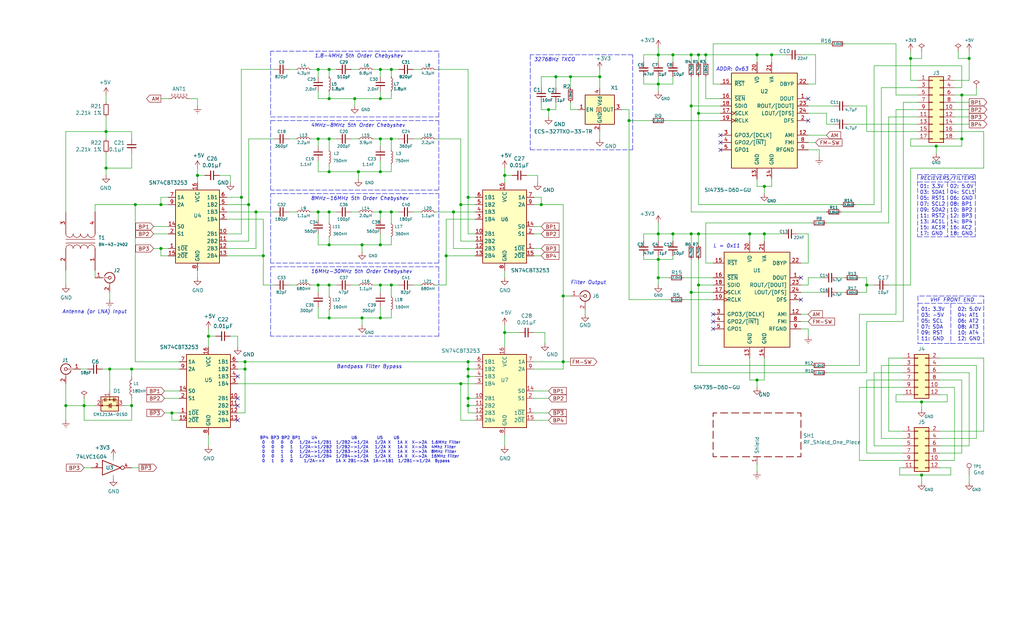
<source format=kicad_sch>
(kicad_sch (version 20211123) (generator eeschema)
  (paper "USLegal")
  (title_block (title "Si473x Multiband Radio Control Processor") (date "2021-10-17") (rev "Revision 3") (comment 1 "Changed Power Supply for Battery operation/added buzzer") (comment 2 "Designed By: Nancy Gail Daniels - AD5EU"))
  (junction (at 85.09 125.73))
  (junction (at 86.36 71.12))
  (junction (at 46.99 71.12))
  (junction (at 132.08 85.09))
  (junction (at 59.69 143.51))
  (junction (at 36.83 45.72))
  (junction (at 193.04 26.67))
  (junction (at 228.6 81.28))
  (junction (at 316.23 20.32))
  (junction (at 36.83 58.42))
  (junction (at 228.6 19.05))
  (junction (at 240.03 36.83))
  (junction (at 135.89 24.13))
  (junction (at 262.89 132.08))
  (junction (at 187.96 71.12))
  (junction (at 240.03 19.05))
  (junction (at 132.08 99.06))
  (junction (at 300.99 99.06))
  (junction (at 110.49 48.26))
  (junction (at 175.26 60.96))
  (junction (at 154.94 88.9))
  (junction (at 55.88 71.12))
  (junction (at 198.12 26.67))
  (junction (at 132.08 110.49))
  (junction (at 208.28 26.67))
  (junction (at 325.12 50.8))
  (junction (at 267.97 19.05))
  (junction (at 242.57 19.05))
  (junction (at 162.56 68.58))
  (junction (at 29.21 140.97))
  (junction (at 240.03 81.28))
  (junction (at 22.86 140.97))
  (junction (at 260.35 81.28))
  (junction (at 135.89 73.66))
  (junction (at 265.43 64.77))
  (junction (at 162.56 138.43))
  (junction (at 218.44 41.91))
  (junction (at 125.73 110.49))
  (junction (at 132.08 59.69))
  (junction (at 132.08 73.66))
  (junction (at 114.3 34.29))
  (junction (at 228.6 29.21))
  (junction (at 114.3 48.26))
  (junction (at 160.02 71.12))
  (junction (at 320.04 139.7))
  (junction (at 135.89 48.26))
  (junction (at 157.48 73.66))
  (junction (at 336.55 20.32))
  (junction (at 132.08 48.26))
  (junction (at 240.03 101.6))
  (junction (at 242.57 39.37))
  (junction (at 45.72 128.27))
  (junction (at 162.56 140.97))
  (junction (at 72.39 116.84))
  (junction (at 83.82 68.58))
  (junction (at 162.56 128.27))
  (junction (at 228.6 90.17))
  (junction (at 334.01 33.02))
  (junction (at 114.3 24.13))
  (junction (at 160.02 133.35))
  (junction (at 125.73 85.09))
  (junction (at 91.44 88.9))
  (junction (at 55.88 86.36))
  (junction (at 123.19 34.29))
  (junction (at 110.49 73.66))
  (junction (at 132.08 24.13))
  (junction (at 265.43 81.28))
  (junction (at 233.68 19.05))
  (junction (at 228.6 96.52))
  (junction (at 114.3 85.09))
  (junction (at 195.58 125.73))
  (junction (at 162.56 130.81))
  (junction (at 110.49 99.06))
  (junction (at 242.57 81.28))
  (junction (at 175.26 115.57))
  (junction (at 85.09 128.27))
  (junction (at 110.49 24.13))
  (junction (at 334.01 48.26))
  (junction (at 38.1 128.27))
  (junction (at 135.89 99.06))
  (junction (at 162.56 125.73))
  (junction (at 320.04 165.1))
  (junction (at 262.89 19.05))
  (junction (at 190.5 38.1))
  (junction (at 68.58 60.96))
  (junction (at 242.57 99.06))
  (junction (at 45.72 140.97))
  (junction (at 132.08 34.29))
  (junction (at 124.46 59.69))
  (junction (at 114.3 59.69))
  (junction (at 245.11 19.05))
  (junction (at 88.9 73.66))
  (junction (at 233.68 81.28))
  (junction (at 114.3 73.66))
  (junction (at 195.58 102.87))
  (junction (at 114.3 110.49))
  (junction (at 114.3 99.06))
  (no_connect (at 82.55 138.43))
  (no_connect (at 250.19 49.53))
  (no_connect (at 250.19 46.99))
  (no_connect (at 250.19 52.07))
  (no_connect (at 280.67 34.29))
  (no_connect (at 247.65 109.22))
  (no_connect (at 82.55 140.97))
  (no_connect (at 82.55 146.05))
  (no_connect (at 278.13 104.14))
  (no_connect (at 280.67 41.91))
  (no_connect (at 247.65 114.3))
  (no_connect (at 278.13 96.52))
  (no_connect (at 247.65 111.76))
  (no_connect (at 82.55 130.81))
  (wire (pts (xy 320.04 165.1) (xy 330.2 165.1)))
  (wire (pts (xy 162.56 68.58) (xy 165.1 68.58)))
  (polyline (pts (xy 318.77 102.87) (xy 318.77 119.38)))
  (wire (pts (xy 265.43 64.77) (xy 262.89 64.77)))
  (wire (pts (xy 193.04 26.67) (xy 193.04 30.48)))
  (wire (pts (xy 223.52 29.21) (xy 228.6 29.21)))
  (wire (pts (xy 326.39 149.86) (xy 341.63 149.86)))
  (wire (pts (xy 326.39 127) (xy 339.09 127)))
  (wire (pts (xy 110.49 85.09) (xy 114.3 85.09)))
  (wire (pts (xy 82.55 116.84) (xy 82.55 120.65)))
  (wire (pts (xy 132.08 48.26) (xy 135.89 48.26)))
  (wire (pts (xy 110.49 31.75) (xy 110.49 34.29)))
  (wire (pts (xy 298.45 109.22) (xy 311.15 109.22)))
  (wire (pts (xy 267.97 64.77) (xy 265.43 64.77)))
  (wire (pts (xy 76.2 60.96) (xy 80.01 60.96)))
  (wire (pts (xy 121.92 73.66) (xy 124.46 73.66)))
  (wire (pts (xy 334.01 132.08) (xy 334.01 157.48)))
  (wire (pts (xy 162.56 130.81) (xy 165.1 130.81)))
  (wire (pts (xy 339.09 152.4) (xy 326.39 152.4)))
  (wire (pts (xy 262.89 19.05) (xy 245.11 19.05)))
  (wire (pts (xy 185.42 135.89) (xy 190.5 135.89)))
  (wire (pts (xy 78.74 76.2) (xy 91.44 76.2)))
  (wire (pts (xy 308.61 149.86) (xy 308.61 124.46)))
  (wire (pts (xy 198.12 35.56) (xy 198.12 38.1)))
  (wire (pts (xy 129.54 73.66) (xy 132.08 73.66)))
  (wire (pts (xy 57.15 143.51) (xy 59.69 143.51)))
  (wire (pts (xy 240.03 81.28) (xy 240.03 85.09)))
  (wire (pts (xy 162.56 138.43) (xy 165.1 138.43)))
  (wire (pts (xy 162.56 138.43) (xy 162.56 140.97)))
  (wire (pts (xy 132.08 48.26) (xy 132.08 50.8)))
  (wire (pts (xy 187.96 68.58) (xy 187.96 71.12)))
  (wire (pts (xy 45.72 58.42) (xy 36.83 58.42)))
  (wire (pts (xy 55.88 88.9) (xy 58.42 88.9)))
  (wire (pts (xy 331.47 33.02) (xy 334.01 33.02)))
  (wire (pts (xy 326.39 160.02) (xy 331.47 160.02)))
  (wire (pts (xy 82.55 133.35) (xy 160.02 133.35)))
  (wire (pts (xy 121.92 48.26) (xy 124.46 48.26)))
  (wire (pts (xy 308.61 99.06) (xy 316.23 99.06)))
  (wire (pts (xy 165.1 133.35) (xy 160.02 133.35)))
  (wire (pts (xy 114.3 110.49) (xy 125.73 110.49)))
  (wire (pts (xy 114.3 24.13) (xy 114.3 26.67)))
  (polyline (pts (xy 219.71 52.07) (xy 219.71 19.05)))
  (wire (pts (xy 33.02 71.12) (xy 46.99 71.12)))
  (wire (pts (xy 78.74 81.28) (xy 83.82 81.28)))
  (wire (pts (xy 38.1 101.6) (xy 38.1 104.14)))
  (wire (pts (xy 267.97 19.05) (xy 273.05 19.05)))
  (wire (pts (xy 72.39 151.13) (xy 72.39 154.94)))
  (wire (pts (xy 114.3 48.26) (xy 116.84 48.26)))
  (wire (pts (xy 262.89 161.29) (xy 262.89 163.83)))
  (wire (pts (xy 312.42 165.1) (xy 320.04 165.1)))
  (wire (pts (xy 228.6 96.52) (xy 232.41 96.52)))
  (wire (pts (xy 280.67 36.83) (xy 289.56 36.83)))
  (wire (pts (xy 278.13 91.44) (xy 280.67 91.44)))
  (wire (pts (xy 175.26 151.13) (xy 175.26 154.94)))
  (wire (pts (xy 53.34 78.74) (xy 58.42 78.74)))
  (wire (pts (xy 29.21 140.97) (xy 29.21 146.05)))
  (wire (pts (xy 306.07 127) (xy 306.07 152.4)))
  (wire (pts (xy 100.33 48.26) (xy 102.87 48.26)))
  (wire (pts (xy 91.44 99.06) (xy 95.25 99.06)))
  (wire (pts (xy 72.39 116.84) (xy 72.39 114.3)))
  (polyline (pts (xy 219.71 19.05) (xy 184.15 19.05)))
  (wire (pts (xy 185.42 68.58) (xy 187.96 68.58)))
  (wire (pts (xy 203.2 107.95) (xy 203.2 109.22)))
  (wire (pts (xy 160.02 146.05) (xy 165.1 146.05)))
  (polyline (pts (xy 93.98 92.71) (xy 152.4 92.71)))
  (wire (pts (xy 328.93 139.7) (xy 328.93 137.16)))
  (wire (pts (xy 300.99 99.06) (xy 300.99 101.6)))
  (wire (pts (xy 306.07 152.4) (xy 313.69 152.4)))
  (wire (pts (xy 175.26 60.96) (xy 175.26 58.42)))
  (wire (pts (xy 162.56 143.51) (xy 165.1 143.51)))
  (wire (pts (xy 193.04 38.1) (xy 193.04 35.56)))
  (wire (pts (xy 132.08 85.09) (xy 125.73 85.09)))
  (wire (pts (xy 162.56 81.28) (xy 162.56 68.58)))
  (wire (pts (xy 336.55 20.32) (xy 336.55 17.78)))
  (wire (pts (xy 320.04 139.7) (xy 320.04 142.24)))
  (wire (pts (xy 316.23 27.94) (xy 318.77 27.94)))
  (wire (pts (xy 162.56 128.27) (xy 162.56 125.73)))
  (wire (pts (xy 247.65 29.21) (xy 247.65 15.24)))
  (wire (pts (xy 313.69 160.02) (xy 298.45 160.02)))
  (wire (pts (xy 242.57 81.28) (xy 260.35 81.28)))
  (wire (pts (xy 132.08 24.13) (xy 135.89 24.13)))
  (wire (pts (xy 132.08 99.06) (xy 132.08 101.6)))
  (wire (pts (xy 57.15 135.89) (xy 62.23 135.89)))
  (wire (pts (xy 280.67 116.84) (xy 280.67 114.3)))
  (wire (pts (xy 72.39 120.65) (xy 72.39 116.84)))
  (wire (pts (xy 233.68 81.28) (xy 240.03 81.28)))
  (wire (pts (xy 265.43 81.28) (xy 271.78 81.28)))
  (wire (pts (xy 185.42 81.28) (xy 187.96 81.28)))
  (wire (pts (xy 218.44 41.91) (xy 226.06 41.91)))
  (wire (pts (xy 313.69 35.56) (xy 313.69 111.76)))
  (wire (pts (xy 341.63 149.86) (xy 341.63 124.46)))
  (wire (pts (xy 114.3 59.69) (xy 124.46 59.69)))
  (wire (pts (xy 331.47 134.62) (xy 326.39 134.62)))
  (wire (pts (xy 86.36 48.26) (xy 95.25 48.26)))
  (wire (pts (xy 132.08 81.28) (xy 132.08 85.09)))
  (polyline (pts (xy 338.709 60.706) (xy 338.709 82.296)))
  (wire (pts (xy 86.36 71.12) (xy 78.74 71.12)))
  (wire (pts (xy 284.48 54.61) (xy 284.48 52.07)))
  (wire (pts (xy 55.88 68.58) (xy 55.88 71.12)))
  (wire (pts (xy 262.89 132.08) (xy 265.43 132.08)))
  (wire (pts (xy 331.47 160.02) (xy 331.47 134.62)))
  (wire (pts (xy 151.13 24.13) (xy 162.56 24.13)))
  (wire (pts (xy 82.55 125.73) (xy 85.09 125.73)))
  (wire (pts (xy 107.95 24.13) (xy 110.49 24.13)))
  (wire (pts (xy 300.99 111.76) (xy 313.69 111.76)))
  (polyline (pts (xy 152.4 40.64) (xy 152.4 17.78)))
  (wire (pts (xy 135.89 85.09) (xy 132.08 85.09)))
  (wire (pts (xy 311.15 109.22) (xy 311.15 38.1)))
  (wire (pts (xy 336.55 20.32) (xy 332.74 20.32)))
  (wire (pts (xy 242.57 127) (xy 281.94 127)))
  (wire (pts (xy 228.6 29.21) (xy 228.6 31.75)))
  (wire (pts (xy 107.95 73.66) (xy 110.49 73.66)))
  (wire (pts (xy 330.2 165.1) (xy 330.2 162.56)))
  (wire (pts (xy 110.49 106.68) (xy 110.49 110.49)))
  (wire (pts (xy 58.42 68.58) (xy 55.88 68.58)))
  (wire (pts (xy 88.9 73.66) (xy 95.25 73.66)))
  (wire (pts (xy 135.89 34.29) (xy 132.08 34.29)))
  (wire (pts (xy 334.01 48.26) (xy 331.47 48.26)))
  (wire (pts (xy 78.74 86.36) (xy 88.9 86.36)))
  (wire (pts (xy 260.35 132.08) (xy 262.89 132.08)))
  (wire (pts (xy 265.43 64.77) (xy 265.43 67.31)))
  (wire (pts (xy 55.88 86.36) (xy 55.88 88.9)))
  (wire (pts (xy 33.02 71.12) (xy 33.02 73.66)))
  (wire (pts (xy 245.11 91.44) (xy 247.65 91.44)))
  (wire (pts (xy 45.72 162.56) (xy 48.26 162.56)))
  (wire (pts (xy 306.07 127) (xy 313.69 127)))
  (wire (pts (xy 208.28 45.72) (xy 208.28 48.26)))
  (wire (pts (xy 135.89 48.26) (xy 135.89 52.07)))
  (wire (pts (xy 110.49 48.26) (xy 110.49 50.8)))
  (wire (pts (xy 195.58 125.73) (xy 195.58 128.27)))
  (polyline (pts (xy 93.98 40.64) (xy 152.4 40.64)))
  (wire (pts (xy 339.09 127) (xy 339.09 152.4)))
  (wire (pts (xy 110.49 24.13) (xy 114.3 24.13)))
  (polyline (pts (xy 152.4 66.04) (xy 93.98 66.04)))
  (wire (pts (xy 151.13 73.66) (xy 157.48 73.66)))
  (wire (pts (xy 278.13 114.3) (xy 280.67 114.3)))
  (wire (pts (xy 162.56 125.73) (xy 165.1 125.73)))
  (wire (pts (xy 326.39 154.94) (xy 336.55 154.94)))
  (wire (pts (xy 298.45 134.62) (xy 313.69 134.62)))
  (polyline (pts (xy 184.15 19.05) (xy 184.15 52.07)))
  (polyline (pts (xy 329.057 63.246) (xy 329.057 82.296)))
  (wire (pts (xy 185.42 78.74) (xy 187.96 78.74)))
  (wire (pts (xy 198.12 30.48) (xy 198.12 26.67)))
  (polyline (pts (xy 152.4 17.78) (xy 93.98 17.78)))
  (wire (pts (xy 228.6 90.17) (xy 228.6 96.52)))
  (wire (pts (xy 195.58 125.73) (xy 198.12 125.73)))
  (wire (pts (xy 300.99 129.54) (xy 300.99 111.76)))
  (wire (pts (xy 330.2 162.56) (xy 326.39 162.56)))
  (wire (pts (xy 240.03 90.17) (xy 240.03 101.6)))
  (wire (pts (xy 341.63 124.46) (xy 326.39 124.46)))
  (wire (pts (xy 290.83 96.52) (xy 293.37 96.52)))
  (wire (pts (xy 290.83 101.6) (xy 293.37 101.6)))
  (wire (pts (xy 287.02 39.37) (xy 287.02 43.18)))
  (wire (pts (xy 110.49 81.28) (xy 110.49 85.09)))
  (wire (pts (xy 303.53 22.86) (xy 303.53 71.12)))
  (wire (pts (xy 91.44 88.9) (xy 91.44 99.06)))
  (wire (pts (xy 298.45 96.52) (xy 300.99 96.52)))
  (wire (pts (xy 313.69 162.56) (xy 312.42 162.56)))
  (wire (pts (xy 157.48 73.66) (xy 165.1 73.66)))
  (wire (pts (xy 208.28 26.67) (xy 208.28 30.48)))
  (wire (pts (xy 165.1 88.9) (xy 154.94 88.9)))
  (wire (pts (xy 332.74 17.78) (xy 332.74 20.32)))
  (wire (pts (xy 195.58 102.87) (xy 198.12 102.87)))
  (wire (pts (xy 233.68 19.05) (xy 233.68 21.59)))
  (wire (pts (xy 129.54 24.13) (xy 132.08 24.13)))
  (wire (pts (xy 223.52 83.82) (xy 223.52 81.28)))
  (wire (pts (xy 22.86 140.97) (xy 22.86 146.05)))
  (wire (pts (xy 228.6 81.28) (xy 233.68 81.28)))
  (wire (pts (xy 160.02 71.12) (xy 160.02 83.82)))
  (wire (pts (xy 151.13 48.26) (xy 160.02 48.26)))
  (wire (pts (xy 247.65 15.24) (xy 288.29 15.24)))
  (wire (pts (xy 336.55 129.54) (xy 326.39 129.54)))
  (wire (pts (xy 278.13 111.76) (xy 280.67 111.76)))
  (wire (pts (xy 132.08 110.49) (xy 125.73 110.49)))
  (wire (pts (xy 313.69 137.16) (xy 311.15 137.16)))
  (wire (pts (xy 331.47 38.1) (xy 336.55 38.1)))
  (wire (pts (xy 300.99 101.6) (xy 298.45 101.6)))
  (wire (pts (xy 339.09 30.48) (xy 339.09 33.02)))
  (wire (pts (xy 36.83 45.72) (xy 36.83 40.64)))
  (wire (pts (xy 45.72 146.05) (xy 45.72 140.97)))
  (wire (pts (xy 36.83 53.34) (xy 36.83 58.42)))
  (wire (pts (xy 240.03 101.6) (xy 240.03 129.54)))
  (wire (pts (xy 33.02 140.97) (xy 29.21 140.97)))
  (wire (pts (xy 228.6 96.52) (xy 228.6 99.06)))
  (wire (pts (xy 123.19 36.83) (xy 123.19 34.29)))
  (wire (pts (xy 110.49 73.66) (xy 114.3 73.66)))
  (wire (pts (xy 311.15 33.02) (xy 318.77 33.02)))
  (wire (pts (xy 132.08 73.66) (xy 132.08 76.2)))
  (wire (pts (xy 110.49 48.26) (xy 114.3 48.26)))
  (wire (pts (xy 318.77 48.26) (xy 316.23 48.26)))
  (wire (pts (xy 175.26 115.57) (xy 175.26 113.03)))
  (wire (pts (xy 240.03 73.66) (xy 287.02 73.66)))
  (wire (pts (xy 334.01 157.48) (xy 326.39 157.48)))
  (wire (pts (xy 331.47 40.64) (xy 336.55 40.64)))
  (wire (pts (xy 36.83 33.02) (xy 36.83 35.56)))
  (wire (pts (xy 135.89 57.15) (xy 135.89 59.69)))
  (wire (pts (xy 320.04 139.7) (xy 328.93 139.7)))
  (wire (pts (xy 88.9 86.36) (xy 88.9 73.66)))
  (wire (pts (xy 185.42 138.43) (xy 190.5 138.43)))
  (wire (pts (xy 55.88 71.12) (xy 46.99 71.12)))
  (wire (pts (xy 162.56 130.81) (xy 162.56 128.27)))
  (wire (pts (xy 132.08 34.29) (xy 123.19 34.29)))
  (wire (pts (xy 341.63 45.72) (xy 331.47 45.72)))
  (wire (pts (xy 190.5 38.1) (xy 193.04 38.1)))
  (wire (pts (xy 242.57 81.28) (xy 242.57 85.09)))
  (wire (pts (xy 53.34 81.28) (xy 58.42 81.28)))
  (wire (pts (xy 303.53 129.54) (xy 313.69 129.54)))
  (wire (pts (xy 80.01 60.96) (xy 80.01 63.5)))
  (wire (pts (xy 240.03 101.6) (xy 247.65 101.6)))
  (wire (pts (xy 114.3 99.06) (xy 114.3 102.87)))
  (wire (pts (xy 185.42 88.9) (xy 187.96 88.9)))
  (wire (pts (xy 114.3 31.75) (xy 114.3 34.29)))
  (polyline (pts (xy 318.77 105.41) (xy 341.63 105.41)))
  (wire (pts (xy 91.44 88.9) (xy 91.44 76.2)))
  (wire (pts (xy 114.3 82.55) (xy 114.3 85.09)))
  (wire (pts (xy 318.77 38.1) (xy 311.15 38.1)))
  (wire (pts (xy 190.5 38.1) (xy 190.5 40.64)))
  (wire (pts (xy 30.48 128.27) (xy 27.94 128.27)))
  (wire (pts (xy 151.13 99.06) (xy 154.94 99.06)))
  (wire (pts (xy 223.52 90.17) (xy 228.6 90.17)))
  (wire (pts (xy 240.03 36.83) (xy 250.19 36.83)))
  (wire (pts (xy 132.08 24.13) (xy 132.08 26.67)))
  (wire (pts (xy 262.89 64.77) (xy 262.89 62.23)))
  (wire (pts (xy 143.51 48.26) (xy 146.05 48.26)))
  (wire (pts (xy 121.92 24.13) (xy 124.46 24.13)))
  (wire (pts (xy 68.58 60.96) (xy 71.12 60.96)))
  (wire (pts (xy 185.42 71.12) (xy 187.96 71.12)))
  (wire (pts (xy 143.51 24.13) (xy 146.05 24.13)))
  (wire (pts (xy 341.63 45.72) (xy 341.63 58.42)))
  (wire (pts (xy 218.44 38.1) (xy 218.44 41.91)))
  (wire (pts (xy 223.52 21.59) (xy 223.52 19.05)))
  (wire (pts (xy 320.04 20.32) (xy 316.23 20.32)))
  (wire (pts (xy 242.57 19.05) (xy 242.57 21.59)))
  (wire (pts (xy 293.37 15.24) (xy 311.15 15.24)))
  (wire (pts (xy 132.08 73.66) (xy 135.89 73.66)))
  (wire (pts (xy 62.23 146.05) (xy 59.69 146.05)))
  (wire (pts (xy 228.6 29.21) (xy 228.6 26.67)))
  (wire (pts (xy 187.96 35.56) (xy 187.96 38.1)))
  (wire (pts (xy 135.89 24.13) (xy 135.89 26.67)))
  (wire (pts (xy 303.53 154.94) (xy 303.53 129.54)))
  (wire (pts (xy 242.57 19.05) (xy 240.03 19.05)))
  (wire (pts (xy 85.09 128.27) (xy 82.55 128.27)))
  (wire (pts (xy 88.9 73.66) (xy 78.74 73.66)))
  (wire (pts (xy 185.42 86.36) (xy 187.96 86.36)))
  (wire (pts (xy 283.21 19.05) (xy 278.13 19.05)))
  (wire (pts (xy 334.01 30.48) (xy 334.01 22.86)))
  (wire (pts (xy 80.01 116.84) (xy 82.55 116.84)))
  (wire (pts (xy 55.88 86.36) (xy 53.34 86.36)))
  (wire (pts (xy 83.82 68.58) (xy 78.74 68.58)))
  (wire (pts (xy 45.72 53.34) (xy 45.72 58.42)))
  (wire (pts (xy 189.23 115.57) (xy 189.23 119.38)))
  (wire (pts (xy 187.96 26.67) (xy 187.96 30.48)))
  (wire (pts (xy 82.55 143.51) (xy 85.09 143.51)))
  (wire (pts (xy 262.89 21.59) (xy 262.89 19.05)))
  (wire (pts (xy 280.67 91.44) (xy 280.67 81.28)))
  (wire (pts (xy 260.35 81.28) (xy 265.43 81.28)))
  (wire (pts (xy 228.6 81.28) (xy 228.6 83.82)))
  (wire (pts (xy 318.77 30.48) (xy 306.07 30.48)))
  (polyline (pts (xy 93.98 66.04) (xy 93.98 41.91)))
  (wire (pts (xy 242.57 71.12) (xy 292.1 71.12)))
  (wire (pts (xy 68.58 63.5) (xy 68.58 60.96)))
  (wire (pts (xy 135.89 99.06) (xy 138.43 99.06)))
  (wire (pts (xy 110.49 59.69) (xy 114.3 59.69)))
  (wire (pts (xy 195.58 102.87) (xy 195.58 125.73)))
  (wire (pts (xy 240.03 81.28) (xy 242.57 81.28)))
  (wire (pts (xy 135.89 73.66) (xy 135.89 77.47)))
  (wire (pts (xy 143.51 99.06) (xy 146.05 99.06)))
  (wire (pts (xy 154.94 88.9) (xy 154.94 99.06)))
  (wire (pts (xy 175.26 120.65) (xy 175.26 115.57)))
  (polyline (pts (xy 152.4 91.44) (xy 93.98 91.44)))
  (wire (pts (xy 45.72 138.43) (xy 45.72 140.97)))
  (wire (pts (xy 325.12 50.8) (xy 325.12 53.34)))
  (wire (pts (xy 320.04 165.1) (xy 320.04 167.64)))
  (wire (pts (xy 86.36 71.12) (xy 86.36 48.26)))
  (wire (pts (xy 223.52 88.9) (xy 223.52 90.17)))
  (wire (pts (xy 185.42 146.05) (xy 190.5 146.05)))
  (wire (pts (xy 287.02 43.18) (xy 289.56 43.18)))
  (wire (pts (xy 100.33 99.06) (xy 102.87 99.06)))
  (wire (pts (xy 46.99 71.12) (xy 46.99 125.73)))
  (polyline (pts (xy 93.98 67.31) (xy 152.4 67.31)))
  (wire (pts (xy 318.77 45.72) (xy 300.99 45.72)))
  (wire (pts (xy 280.67 96.52) (xy 280.67 99.06)))
  (wire (pts (xy 36.83 45.72) (xy 45.72 45.72)))
  (wire (pts (xy 121.92 99.06) (xy 124.46 99.06)))
  (wire (pts (xy 311.15 137.16) (xy 311.15 139.7)))
  (wire (pts (xy 287.02 77.47) (xy 308.61 77.47)))
  (wire (pts (xy 114.3 34.29) (xy 123.19 34.29)))
  (wire (pts (xy 262.89 132.08) (xy 262.89 134.62)))
  (wire (pts (xy 135.89 59.69) (xy 132.08 59.69)))
  (wire (pts (xy 45.72 45.72) (xy 45.72 48.26)))
  (wire (pts (xy 36.83 58.42) (xy 36.83 60.96)))
  (wire (pts (xy 129.54 99.06) (xy 132.08 99.06)))
  (wire (pts (xy 160.02 83.82) (xy 165.1 83.82)))
  (wire (pts (xy 228.6 19.05) (xy 233.68 19.05)))
  (wire (pts (xy 193.04 26.67) (xy 187.96 26.67)))
  (wire (pts (xy 59.69 143.51) (xy 59.69 146.05)))
  (wire (pts (xy 157.48 86.36) (xy 157.48 73.66)))
  (wire (pts (xy 228.6 19.05) (xy 228.6 21.59)))
  (wire (pts (xy 38.1 128.27) (xy 35.56 128.27)))
  (wire (pts (xy 182.88 60.96) (xy 186.69 60.96)))
  (wire (pts (xy 331.47 35.56) (xy 336.55 35.56)))
  (wire (pts (xy 29.21 146.05) (xy 45.72 146.05)))
  (wire (pts (xy 165.1 76.2) (xy 154.94 76.2)))
  (wire (pts (xy 311.15 15.24) (xy 311.15 33.02)))
  (wire (pts (xy 68.58 93.98) (xy 68.58 96.52)))
  (wire (pts (xy 124.46 62.23) (xy 124.46 59.69)))
  (wire (pts (xy 242.57 99.06) (xy 242.57 127)))
  (wire (pts (xy 278.13 101.6) (xy 285.75 101.6)))
  (wire (pts (xy 298.45 127) (xy 298.45 109.22)))
  (wire (pts (xy 107.95 48.26) (xy 110.49 48.26)))
  (wire (pts (xy 100.33 24.13) (xy 102.87 24.13)))
  (wire (pts (xy 294.64 43.18) (xy 318.77 43.18)))
  (wire (pts (xy 114.3 24.13) (xy 116.84 24.13)))
  (wire (pts (xy 22.86 45.72) (xy 22.86 73.66)))
  (wire (pts (xy 185.42 115.57) (xy 189.23 115.57)))
  (wire (pts (xy 114.3 85.09) (xy 125.73 85.09)))
  (wire (pts (xy 287.02 127) (xy 298.45 127)))
  (wire (pts (xy 162.56 128.27) (xy 165.1 128.27)))
  (wire (pts (xy 240.03 36.83) (xy 240.03 73.66)))
  (wire (pts (xy 38.1 128.27) (xy 38.1 135.89)))
  (wire (pts (xy 162.56 130.81) (xy 162.56 138.43)))
  (wire (pts (xy 228.6 29.21) (xy 233.68 29.21)))
  (wire (pts (xy 245.11 19.05) (xy 245.11 21.59)))
  (wire (pts (xy 294.64 36.83) (xy 300.99 36.83)))
  (wire (pts (xy 208.28 24.13) (xy 208.28 26.67)))
  (wire (pts (xy 278.13 109.22) (xy 280.67 109.22)))
  (wire (pts (xy 135.89 110.49) (xy 132.08 110.49)))
  (wire (pts (xy 303.53 22.86) (xy 334.01 22.86)))
  (wire (pts (xy 331.47 30.48) (xy 334.01 30.48)))
  (wire (pts (xy 125.73 110.49) (xy 125.73 113.03)))
  (wire (pts (xy 68.58 58.42) (xy 68.58 60.96)))
  (wire (pts (xy 242.57 39.37) (xy 250.19 39.37)))
  (wire (pts (xy 114.3 48.26) (xy 114.3 52.07)))
  (wire (pts (xy 165.1 81.28) (xy 162.56 81.28)))
  (wire (pts (xy 334.01 33.02) (xy 339.09 33.02)))
  (wire (pts (xy 59.69 143.51) (xy 62.23 143.51)))
  (wire (pts (xy 334.01 50.8) (xy 334.01 48.26)))
  (wire (pts (xy 287.02 129.54) (xy 300.99 129.54)))
  (polyline (pts (xy 341.63 119.38) (xy 341.63 102.87)))
  (wire (pts (xy 334.01 33.02) (xy 334.01 48.26)))
  (wire (pts (xy 29.21 140.97) (xy 22.86 140.97)))
  (wire (pts (xy 313.69 154.94) (xy 303.53 154.94)))
  (wire (pts (xy 185.42 125.73) (xy 195.58 125.73)))
  (wire (pts (xy 78.74 83.82) (xy 86.36 83.82)))
  (wire (pts (xy 311.15 139.7) (xy 320.04 139.7)))
  (wire (pts (xy 132.08 106.68) (xy 132.08 110.49)))
  (polyline (pts (xy 152.4 92.71) (xy 152.4 116.84)))
  (wire (pts (xy 228.6 77.47) (xy 228.6 81.28)))
  (wire (pts (xy 195.58 71.12) (xy 195.58 102.87)))
  (wire (pts (xy 316.23 17.78) (xy 316.23 20.32)))
  (wire (pts (xy 280.67 46.99) (xy 287.02 46.99)))
  (wire (pts (xy 132.08 59.69) (xy 124.46 59.69)))
  (wire (pts (xy 312.42 162.56) (xy 312.42 165.1)))
  (wire (pts (xy 154.94 76.2) (xy 154.94 88.9)))
  (wire (pts (xy 83.82 24.13) (xy 83.82 68.58)))
  (wire (pts (xy 300.99 45.72) (xy 300.99 36.83)))
  (wire (pts (xy 280.67 81.28) (xy 276.86 81.28)))
  (wire (pts (xy 58.42 34.29) (xy 55.88 34.29)))
  (wire (pts (xy 165.1 71.12) (xy 160.02 71.12)))
  (wire (pts (xy 143.51 73.66) (xy 146.05 73.66)))
  (wire (pts (xy 175.26 115.57) (xy 180.34 115.57)))
  (wire (pts (xy 316.23 50.8) (xy 325.12 50.8)))
  (wire (pts (xy 198.12 26.67) (xy 208.28 26.67)))
  (wire (pts (xy 135.89 107.95) (xy 135.89 110.49)))
  (wire (pts (xy 313.69 132.08) (xy 300.99 132.08)))
  (wire (pts (xy 160.02 48.26) (xy 160.02 71.12)))
  (wire (pts (xy 110.49 110.49) (xy 114.3 110.49)))
  (wire (pts (xy 240.03 36.83) (xy 240.03 26.67)))
  (wire (pts (xy 280.67 29.21) (xy 283.21 29.21)))
  (wire (pts (xy 292.1 73.66) (xy 306.07 73.66)))
  (polyline (pts (xy 93.98 41.91) (xy 152.4 41.91)))
  (wire (pts (xy 316.23 58.42) (xy 341.63 58.42)))
  (wire (pts (xy 66.04 34.29) (xy 68.58 34.29)))
  (polyline (pts (xy 341.63 102.87) (xy 318.77 102.87)))
  (wire (pts (xy -270.51 208.28) (xy -257.81 208.28)))
  (wire (pts (xy 83.82 24.13) (xy 95.25 24.13)))
  (wire (pts (xy 186.69 60.96) (xy 186.69 63.5)))
  (wire (pts (xy 187.96 71.12) (xy 195.58 71.12)))
  (wire (pts (xy 175.26 60.96) (xy 177.8 60.96)))
  (polyline (pts (xy 318.643 60.706) (xy 318.643 82.296)))
  (wire (pts (xy 297.18 71.12) (xy 303.53 71.12)))
  (wire (pts (xy 300.99 96.52) (xy 300.99 99.06)))
  (wire (pts (xy 114.3 57.15) (xy 114.3 59.69)))
  (polyline (pts (xy 93.98 91.44) (xy 93.98 67.31)))
  (polyline (pts (xy 318.643 60.706) (xy 338.709 60.706)))
  (wire (pts (xy 110.49 55.88) (xy 110.49 59.69)))
  (wire (pts (xy 33.02 96.52) (xy 33.02 93.98)))
  (wire (pts (xy 135.89 73.66) (xy 138.43 73.66)))
  (wire (pts (xy 135.89 24.13) (xy 138.43 24.13)))
  (wire (pts (xy 316.23 58.42) (xy 316.23 99.06)))
  (wire (pts (xy 300.99 132.08) (xy 300.99 157.48)))
  (wire (pts (xy 328.93 137.16) (xy 326.39 137.16)))
  (wire (pts (xy 242.57 99.06) (xy 247.65 99.06)))
  (wire (pts (xy 223.52 81.28) (xy 228.6 81.28)))
  (wire (pts (xy 245.11 19.05) (xy 242.57 19.05)))
  (wire (pts (xy 336.55 154.94) (xy 336.55 129.54)))
  (polyline (pts (xy 184.15 52.07) (xy 219.71 52.07)))
  (wire (pts (xy 175.26 63.5) (xy 175.26 60.96)))
  (wire (pts (xy 110.49 73.66) (xy 110.49 76.2)))
  (wire (pts (xy 86.36 83.82) (xy 86.36 71.12)))
  (wire (pts (xy 262.89 19.05) (xy 267.97 19.05)))
  (wire (pts (xy 308.61 124.46) (xy 313.69 124.46)))
  (wire (pts (xy 114.3 99.06) (xy 116.84 99.06)))
  (wire (pts (xy 233.68 90.17) (xy 233.68 88.9)))
  (wire (pts (xy 198.12 26.67) (xy 193.04 26.67)))
  (polyline (pts (xy 318.643 82.296) (xy 338.709 82.296)))
  (wire (pts (xy 114.3 73.66) (xy 116.84 73.66)))
  (wire (pts (xy 45.72 128.27) (xy 62.23 128.27)))
  (wire (pts (xy 283.21 29.21) (xy 283.21 19.05)))
  (wire (pts (xy 326.39 132.08) (xy 334.01 132.08)))
  (wire (pts (xy 245.11 26.67) (xy 245.11 34.29)))
  (wire (pts (xy 22.86 133.35) (xy 22.86 140.97)))
  (wire (pts (xy 185.42 128.27) (xy 195.58 128.27)))
  (wire (pts (xy 36.83 45.72) (xy 22.86 45.72)))
  (wire (pts (xy 198.12 38.1) (xy 200.66 38.1)))
  (wire (pts (xy 242.57 39.37) (xy 242.57 26.67)))
  (wire (pts (xy 313.69 149.86) (xy 308.61 149.86)))
  (wire (pts (xy 245.11 77.47) (xy 281.94 77.47)))
  (wire (pts (xy 228.6 90.17) (xy 233.68 90.17)))
  (wire (pts (xy 132.08 31.75) (xy 132.08 34.29)))
  (wire (pts (xy 110.49 24.13) (xy 110.49 26.67)))
  (wire (pts (xy 110.49 99.06) (xy 110.49 101.6)))
  (wire (pts (xy 175.26 93.98) (xy 175.26 96.52)))
  (wire (pts (xy 318.77 40.64) (xy 308.61 40.64)))
  (wire (pts (xy 231.14 41.91) (xy 250.19 41.91)))
  (wire (pts (xy 218.44 41.91) (xy 218.44 104.14)))
  (polyline (pts (xy 318.77 119.38) (xy 341.63 119.38)))
  (wire (pts (xy 245.11 91.44) (xy 245.11 77.47)))
  (wire (pts (xy 280.67 39.37) (xy 287.02 39.37)))
  (wire (pts (xy 223.52 19.05) (xy 228.6 19.05)))
  (wire (pts (xy 265.43 132.08) (xy 265.43 124.46)))
  (wire (pts (xy 162.56 140.97) (xy 162.56 143.51)))
  (wire (pts (xy 242.57 90.17) (xy 242.57 99.06)))
  (wire (pts (xy 331.47 27.94) (xy 336.55 27.94)))
  (wire (pts (xy 300.99 99.06) (xy 303.53 99.06)))
  (wire (pts (xy 215.9 38.1) (xy 218.44 38.1)))
  (wire (pts (xy 39.37 165.1) (xy 39.37 166.37)))
  (wire (pts (xy 160.02 146.05) (xy 160.02 133.35)))
  (wire (pts (xy 135.89 99.06) (xy 135.89 102.87)))
  (wire (pts (xy 83.82 81.28) (xy 83.82 68.58)))
  (wire (pts (xy 125.73 85.09) (xy 125.73 87.63)))
  (polyline (pts (xy 152.4 41.91) (xy 152.4 66.04)))
  (wire (pts (xy 85.09 128.27) (xy 85.09 125.73)))
  (wire (pts (xy 100.33 73.66) (xy 102.87 73.66)))
  (wire (pts (xy 218.44 104.14) (xy 232.41 104.14)))
  (wire (pts (xy 57.15 138.43) (xy 62.23 138.43)))
  (wire (pts (xy 85.09 125.73) (xy 162.56 125.73)))
  (wire (pts (xy 114.3 107.95) (xy 114.3 110.49)))
  (wire (pts (xy 132.08 99.06) (xy 135.89 99.06)))
  (wire (pts (xy 320.04 17.78) (xy 320.04 20.32)))
  (wire (pts (xy 135.89 82.55) (xy 135.89 85.09)))
  (wire (pts (xy 135.89 31.75) (xy 135.89 34.29)))
  (polyline (pts (xy 93.98 116.84) (xy 93.98 92.71)))
  (wire (pts (xy 313.69 35.56) (xy 318.77 35.56)))
  (wire (pts (xy 336.55 27.94) (xy 336.55 20.32)))
  (wire (pts (xy 285.75 96.52) (xy 280.67 96.52)))
  (wire (pts (xy 78.74 88.9) (xy 91.44 88.9)))
  (wire (pts (xy 45.72 140.97) (xy 43.18 140.97)))
  (wire (pts (xy 233.68 81.28) (xy 233.68 83.82)))
  (wire (pts (xy 306.07 30.48) (xy 306.07 73.66)))
  (wire (pts (xy 45.72 130.81) (xy 45.72 128.27)))
  (wire (pts (xy 242.57 39.37) (xy 242.57 71.12)))
  (wire (pts (xy 45.72 128.27) (xy 38.1 128.27)))
  (wire (pts (xy 135.89 48.26) (xy 138.43 48.26)))
  (wire (pts (xy 233.68 19.05) (xy 240.03 19.05)))
  (wire (pts (xy 280.67 52.07) (xy 284.48 52.07)))
  (wire (pts (xy 85.09 128.27) (xy 85.09 143.51)))
  (wire (pts (xy 58.42 86.36) (xy 55.88 86.36)))
  (wire (pts (xy 308.61 40.64) (xy 308.61 77.47)))
  (wire (pts (xy 331.47 43.18) (xy 336.55 43.18)))
  (wire (pts (xy 72.39 116.84) (xy 74.93 116.84)))
  (wire (pts (xy 46.99 125.73) (xy 62.23 125.73)))
  (wire (pts (xy 162.56 140.97) (xy 165.1 140.97)))
  (wire (pts (xy 233.68 29.21) (xy 233.68 26.67)))
  (wire (pts (xy 237.49 96.52) (xy 247.65 96.52)))
  (wire (pts (xy 325.12 50.8) (xy 334.01 50.8)))
  (wire (pts (xy 260.35 124.46) (xy 260.35 132.08)))
  (wire (pts (xy 240.03 19.05) (xy 240.03 21.59)))
  (polyline (pts (xy 338.709 63.246) (xy 318.643 63.246)))
  (wire (pts (xy 265.43 81.28) (xy 265.43 83.82)))
  (wire (pts (xy 107.95 99.06) (xy 110.49 99.06)))
  (wire (pts (xy 185.42 143.51) (xy 190.5 143.51)))
  (wire (pts (xy 110.49 99.06) (xy 114.3 99.06)))
  (wire (pts (xy 132.08 55.88) (xy 132.08 59.69)))
  (polyline (pts (xy 93.98 17.78) (xy 93.98 40.64)))
  (wire (pts (xy 237.49 104.14) (xy 247.65 104.14)))
  (wire (pts (xy 260.35 83.82) (xy 260.35 81.28)))
  (wire (pts (xy 245.11 34.29) (xy 250.19 34.29)))
  (wire (pts (xy 110.49 34.29) (xy 114.3 34.29)))
  (wire (pts (xy 278.13 99.06) (xy 280.67 99.06)))
  (wire (pts (xy 68.58 34.29) (xy 68.58 36.83)))
  (wire (pts (xy 36.83 48.26) (xy 36.83 45.72)))
  (wire (pts (xy 129.54 48.26) (xy 132.08 48.26)))
  (wire (pts (xy 223.52 26.67) (xy 223.52 29.21)))
  (wire (pts (xy 336.55 165.1) (xy 336.55 167.64)))
  (wire (pts (xy 316.23 20.32) (xy 316.23 27.94)))
  (wire (pts (xy 29.21 138.43) (xy 29.21 140.97)))
  (wire (pts (xy 300.99 157.48) (xy 313.69 157.48)))
  (wire (pts (xy 267.97 64.77) (xy 267.97 62.23)))
  (wire (pts (xy 114.3 73.66) (xy 114.3 77.47)))
  (wire (pts (xy 22.86 93.98) (xy 22.86 99.06)))
  (wire (pts (xy 267.97 19.05) (xy 267.97 21.59)))
  (polyline (pts (xy 152.4 67.31) (xy 152.4 91.44)))
  (wire (pts (xy 280.67 49.53) (xy 283.21 49.53)))
  (wire (pts (xy 39.37 158.75) (xy 39.37 160.02)))
  (wire (pts (xy 247.65 29.21) (xy 250.19 29.21)))
  (wire (pts (xy 228.6 16.51) (xy 228.6 19.05)))
  (polyline (pts (xy 330.2 105.41) (xy 330.2 119.38)))
  (wire (pts (xy 31.75 162.56) (xy 29.21 162.56)))
  (wire (pts (xy 162.56 24.13) (xy 162.56 68.58)))
  (wire (pts (xy 55.88 71.12) (xy 58.42 71.12)))
  (wire (pts (xy 165.1 86.36) (xy 157.48 86.36)))
  (wire (pts (xy 187.96 38.1) (xy 190.5 38.1)))
  (polyline (pts (xy 152.4 116.84) (xy 93.98 116.84)))
  (wire (pts (xy 228.6 90.17) (xy 228.6 88.9)))
  (wire (pts (xy 240.03 129.54) (xy 281.94 129.54)))
  (wire (pts (xy 316.23 48.26) (xy 316.23 50.8)))
  (wire (pts (xy 298.45 160.02) (xy 298.45 134.62)))
  (text "4MHz-8MHz 5th Order Chebyshev" (at 107.95 44.45 0) (effects (font (size 1.27 1.27) italic) (justify left bottom)))
  (text "L = 0x11" (at 247.65 86.36 0) (effects (font (size 1.27 1.27) italic) (justify left bottom)))
  (text "02: 5.0V\n04: SCL1\n06: GND\n08: BP1\n10: BP2\n12: BP3\n14: BP4 \n16: AC2\n18: GND" (at 329.819 82.042 0) (effects (font (size 1.27 1.27)) (justify left bottom)))
  (text "1.8-4MHz 5th Order Chebyshev" (at 109.22 20.32 0) (effects (font (size 1.27 1.27) italic) (justify left bottom)))
  (text "02: 5.0V\n04: AT1\n06: AT2 \n08: AT3\n10: AT4\n12: GND" (at 332.486 118.618 0) (effects (font (size 1.27 1.27)) (justify left bottom)))
  (text "BP4 BP3 BP2 BP1     U4			U6         U5     U6\n 0   0   0   0   1/2A->1/2B1  1/2B2->1/2A   1/2A X   1A X  X->2A  1.6MHz Filter  \n 0   0   0   1   1/2A->1/2B2  1/2B2->1/2A   1/2A X   1A X  X->2A  4Mhz Filter  \n 0   0   1   0   1/2A->1/2B3  1/2B3->1/2A   1/2A X   1A X  X->2A  8MHz Filter  \n 0   0   1   1   1/2A->1/2B4  1/2B4->1/2A   1/2A X   1A X  X->2A  16MHz Filter  \n 0   1   0   0     1/2A->X     1A X 2B1->2A  1A->1B1  1/2B1->1/2A  Bypass  \n \n" (at 90.17 162.56 0) (effects (font (size 1 1)) (justify left bottom)))
  (text "01: 3.3V\n03: -5V\n05: SCL\n07: SDA\n09: RST\n11: GND" (at 319.786 118.618 0) (effects (font (size 1.27 1.27)) (justify left bottom)))
  (text "01: 3.3V\n03: SDA1\n05: RST1\n07: SCL2\n09: SDA2\n11: RST2\n13: AC1L\n15: AC1R\n17: GND" (at 319.405 82.042 0) (effects (font (size 1.27 1.27)) (justify left bottom)))
  (text "Filter Output" (at 198.12 99.06 0) (effects (font (size 1.27 1.27) italic) (justify left bottom)))
  (text "ADDR: 0x63\n" (at 248.666 24.892 0) (effects (font (size 1.27 1.27) italic) (justify left bottom)))
  (text "8MHz-16MHz 5th Order Chebyshev" (at 107.95 69.85 0) (effects (font (size 1.27 1.27) italic) (justify left bottom)))
  (text "Bandpass Filter Bypass" (at 116.84 128.27 0) (effects (font (size 1.27 1.27) italic) (justify left bottom)))
  (text "RECIEVERS/FILTERS" (at 338.455 62.865 180) (effects (font (size 1.27 1.27) italic) (justify right bottom)))
  (text "32768Hz TXCO " (at 185.42 21.59 0) (effects (font (size 1.27 1.27) italic) (justify left bottom)))
  (text "16MHz-30MHz 5th Order Chebyshev" (at 107.95 95.25 0) (effects (font (size 1.27 1.27) italic) (justify left bottom)))
  (text "VHF FRONT END" (at 338.328 105.156 180) (effects (font (size 1.27 1.27) italic) (justify right bottom)))
  (text "Antenna (or LNA) Input" (at 21.59 109.22 0) (effects (font (size 1.27 1.27) italic) (justify left bottom)))
  (global_label "BP1" (shape input) (at 57.15 135.89 180) (property "Intersheet References" "${INTERSHEET_REFS}" (effects hide)))
  (global_label "BP2" (shape output) (at 336.55 38.1 0) (property "Intersheet References" "${INTERSHEET_REFS}" (effects hide)))
  (global_label "BP4" (shape output) (at 336.55 43.18 0) (property "Intersheet References" "${INTERSHEET_REFS}" (effects hide)))
  (global_label "AM" (shape input) (at 287.02 46.99 0) (property "Intersheet References" "${INTERSHEET_REFS}" (effects hide)))
  (global_label "BP3" (shape input) (at 53.34 86.36 180) (property "Intersheet References" "${INTERSHEET_REFS}" (effects hide)))
  (global_label "BP3" (shape output) (at 336.55 40.64 0) (property "Intersheet References" "${INTERSHEET_REFS}" (effects hide)))
  (global_label "BP3" (shape input) (at 187.96 86.36 0) (property "Intersheet References" "${INTERSHEET_REFS}" (effects hide)))
  (global_label "BP2" (shape input) (at 190.5 138.43 0) (property "Intersheet References" "${INTERSHEET_REFS}" (effects hide)))
  (global_label "BP2" (shape input) (at 53.34 81.28 180) (property "Intersheet References" "${INTERSHEET_REFS}" (effects hide)))
  (global_label "BP4" (shape input) (at 187.96 88.9 0) (property "Intersheet References" "${INTERSHEET_REFS}" (effects hide)))
  (global_label "AM" (shape input) (at 280.67 109.22 0) (property "Intersheet References" "${INTERSHEET_REFS}" (effects hide)))
  (global_label "BP1" (shape input) (at 190.5 135.89 0) (property "Intersheet References" "${INTERSHEET_REFS}" (effects hide)))
  (global_label "BP1" (shape input) (at 187.96 78.74 0) (property "Intersheet References" "${INTERSHEET_REFS}" (effects hide)))
  (global_label "AM" (shape output) (at 55.88 34.29 180) (property "Intersheet References" "${INTERSHEET_REFS}" (effects hide)))
  (global_label "FM-SW" (shape input) (at 283.21 49.53 0) (property "Intersheet References" "${INTERSHEET_REFS}" (effects hide)))
  (global_label "FM-SW" (shape output) (at 198.12 125.73 0) (property "Intersheet References" "${INTERSHEET_REFS}" (effects hide)))
  (global_label "BP2" (shape input) (at 57.15 138.43 180) (property "Intersheet References" "${INTERSHEET_REFS}" (effects hide)))
  (global_label "~{BP3}" (shape input) (at 57.15 143.51 180) (property "Intersheet References" "${INTERSHEET_REFS}" (effects hide)))
  (global_label "BP3" (shape input) (at 29.21 162.56 180) (property "Intersheet References" "${INTERSHEET_REFS}" (effects hide)))
  (global_label "~{BP3}" (shape input) (at 190.5 143.51 0) (property "Intersheet References" "${INTERSHEET_REFS}" (effects hide)))
  (global_label "BP2" (shape input) (at 187.96 81.28 0) (property "Intersheet References" "${INTERSHEET_REFS}" (effects hide)))
  (global_label "BP4" (shape input) (at 190.5 146.05 0) (property "Intersheet References" "${INTERSHEET_REFS}" (effects hide)))
  (global_label "BP1" (shape input) (at 53.34 78.74 180) (property "Intersheet References" "${INTERSHEET_REFS}" (effects hide)))
  (global_label "BP1" (shape output) (at 336.55 35.56 0) (property "Intersheet References" "${INTERSHEET_REFS}" (effects hide)))
  (global_label "FM-SW" (shape input) (at 280.67 111.76 0) (property "Intersheet References" "${INTERSHEET_REFS}" (effects hide)))
  (global_label "~{BP3}" (shape output) (at 48.26 162.56 0) (property "Intersheet References" "${INTERSHEET_REFS}" (effects hide)))
  (symbol (lib_id "Device:C_Small") (at 33.02 128.27 90) (unit 1)
    (property "Reference" "C6" (at 31.75 125.73 90) (effects (justify right)))
    (property "Value" "18pF" (at 27.94 129.54 90) (effects (font (size 0.9906 0.9906)) (justify right)))
    (property "Footprint" "Capacitor_SMD:C_0603_1608Metric" (effects hide))
    (property "Mfr" "AVX" (effects hide))
    (property "Mfr #" "06035U180JAT2A" (effects hide))
    (property "Digikey" "478-11831-1-ND" (effects hide))
    (property "Tolerance" "5%" (effects hide))
  )
  (symbol (lib_id "Power_Protection:CM1213A-01SO") (at 38.1 140.97 0) (mirror x) (unit 1)
    (property "Reference" "D1" (at 40.64 135.89 0))
    (property "Value" "CM1213A-01SO" (at 38.354 144.018 0) (effects (font (size 0.9906 0.9906))))
    (property "Footprint" "Package_TO_SOT_SMD:SOT-23" (effects hide))
    (property "Datasheet" "http://www.onsemi.com/pub_link/Collateral/CM1213A-D.PDF" (effects hide))
    (property "Digikey" "CM1213A-01SOOSCT-ND" (effects hide))
    (property "Mfr" "Onsemi" (effects hide))
    (property "Mfr #" "CM1213A-01SO" (effects hide))
  )
  (symbol (lib_id "Device:R_Small") (at 240.03 24.13 0) (unit 1)
    (property "Reference" "R4" (at 237.871 21.463 0) (effects (font (size 0.9906 0.9906)) (justify left)))
    (property "Value" "4.7kΩ" (at 240.03 25.908 90) (effects (font (size 0.762 0.762)) (justify left)))
    (property "Footprint" "Resistor_SMD:R_0603_1608Metric" (effects hide))
  )
  (symbol (lib_id "Device:R_Small") (at 242.57 24.13 0) (unit 1)
    (property "Reference" "R1" (at 240.538 21.463 0) (effects (font (size 0.9906 0.9906)) (justify left)))
    (property "Value" "4.7kΩ" (at 242.57 25.908 90) (effects (font (size 0.762 0.762)) (justify left)))
    (property "Footprint" "Resistor_SMD:R_0603_1608Metric" (effects hide))
  )
  (symbol (lib_id "Device:R_Small") (at 245.11 24.13 0) (unit 1)
    (property "Reference" "R3" (at 242.951 21.463 0) (effects (font (size 0.9906 0.9906)) (justify left)))
    (property "Value" "10kΩ" (at 245.11 25.654 90) (effects (font (size 0.762 0.762)) (justify left)))
    (property "Footprint" "Resistor_SMD:R_0603_1608Metric" (effects hide))
  )
  (symbol (lib_id "Connector:Conn_Coaxial") (at 22.86 128.27 0) (mirror y) (unit 1)
    (property "Reference" "J1" (at 23.876 125.222 0) (effects (justify left)))
    (property "Value" "Conn_01x01_Female" (effects hide))
    (property "Footprint" "Connector_Coaxial:SMA_Amphenol_132134-10_Vertical" (effects hide))
  )
  (symbol (lib_id "Device:L") (at 45.72 134.62 0) (mirror y) (unit 1)
    (property "Reference" "L1" (at 48.26 133.35 0) (effects (font (size 0.9906 0.9906)) (justify left)))
    (property "Value" "180nH" (at 50.8 135.89 0) (effects (font (size 0.9906 0.9906)) (justify left)))
    (property "Footprint" "Inductor_SMD:L_0603_1608Metric" (effects hide))
    (property "Digikey" "490-6928-1-ND" (effects hide))
    (property "Mfr" "Murata" (effects hide))
    (property "Mfr #" "LQW18ANR18J00D" (effects hide))
  )
  (symbol (lib_id "Analog_Switch:SN74CBT3253") (at 68.58 78.74 0) (unit 1)
    (property "Reference" "U4" (at 68.58 74.93 0))
    (property "Value" "SN74CBT3253" (at 58.42 63.5 0))
    (property "Footprint" "Package_SO:TSSOP-16_4.4x5mm_P0.65mm" (effects hide))
    (property "Datasheet" "http://www.ti.com/lit/gpn/sn74cbt3253" (effects hide))
  )
  (symbol (lib_id "Analog_Switch:SN74CBT3253") (at 175.26 78.74 0) (mirror y) (unit 1)
    (property "Reference" "U6" (at 175.26 76.2 0))
    (property "Value" "SN74CBT3253" (at 184.15 93.98 0))
    (property "Footprint" "Package_SO:TSSOP-16_4.4x5mm_P0.65mm" (effects hide))
    (property "Datasheet" "http://www.ti.com/lit/gpn/sn74cbt3253" (effects hide))
  )
  (symbol (lib_id "Device:C_Small") (at 180.34 60.96 270) (unit 1)
    (property "Reference" "C27" (at 180.34 55.1434 90))
    (property "Value" "0.01µF" (at 180.34 57.4548 90))
    (property "Footprint" "Capacitor_SMD:C_0402_1005Metric" (effects hide))
  )
  (symbol (lib_id "Device:C_Small") (at 45.72 50.8 0) (mirror y) (unit 1)
    (property "Reference" "C21" (at 43.3832 49.6316 0) (effects (justify left)))
    (property "Value" "0.1µF" (at 43.3832 51.943 0) (effects (justify left)))
    (property "Footprint" "Capacitor_SMD:C_0603_1608Metric" (effects hide))
  )
  (symbol (lib_id "power:+5V") (at 175.26 58.42 0) (unit 1)
    (property "Reference" "#PWR0131" (effects hide))
    (property "Value" "+5V" (at 175.641 54.0258 0))
  )
  (symbol (lib_id "power:GND") (at 186.69 63.5 0) (unit 1)
    (property "Reference" "#PWR0107" (effects hide))
    (property "Value" "GND" (at 190.5 66.04 0))
  )
  (symbol (lib_id "Device:C_Small") (at 73.66 60.96 270) (unit 1)
    (property "Reference" "C26" (at 73.66 55.1434 90))
    (property "Value" "0.01µF" (at 73.66 57.4548 90))
    (property "Footprint" "Capacitor_SMD:C_0402_1005Metric" (effects hide))
  )
  (symbol (lib_id "power:GND") (at 80.01 63.5 0) (unit 1)
    (property "Reference" "#PWR0108" (effects hide))
    (property "Value" "GND" (at 77.47 63.5 0))
  )
  (symbol (lib_id "power:+5V") (at 68.58 58.42 0) (unit 1)
    (property "Reference" "#PWR0109" (effects hide))
    (property "Value" "+5V" (at 68.961 54.0258 0))
  )
  (symbol (lib_id "power:GND") (at 175.26 96.52 0) (unit 1)
    (property "Reference" "#PWR0103" (effects hide))
    (property "Value" "GND" (at 175.387 100.9142 0))
  )
  (symbol (lib_id "power:GND") (at 68.58 96.52 0) (unit 1)
    (property "Reference" "#PWR0127" (effects hide))
    (property "Value" "GND" (at 68.707 100.9142 0))
  )
  (symbol (lib_id "Device:Transformer_1P_1S") (at 27.94 83.82 270) (mirror x) (unit 1)
    (property "Reference" "T1" (at 34.1376 82.6516 90) (effects (justify left)))
    (property "Value" "BN-43-2402" (at 34.1376 84.963 90) (effects (font (size 0.9906 0.9906)) (justify left)))
    (property "Footprint" "Transformer_THT:BN43-2402" (effects hide))
  )
  (symbol (lib_id "power:GND") (at 22.86 99.06 0) (unit 1)
    (property "Reference" "#PWR0111" (effects hide))
    (property "Value" "GND" (at 22.987 103.4542 0))
  )
  (symbol (lib_id "Device:R_Small") (at 36.83 50.8 0) (mirror y) (unit 1)
    (property "Reference" "R22" (at 35.3314 49.6316 0) (effects (justify left)))
    (property "Value" "2.21k 1%" (at 35.3314 51.943 0) (effects (justify left)))
    (property "Footprint" "Resistor_SMD:R_0603_1608Metric" (effects hide))
  )
  (symbol (lib_id "Device:R_Small") (at 36.83 38.1 0) (mirror y) (unit 1)
    (property "Reference" "R21" (at 35.3314 36.9316 0) (effects (justify left)))
    (property "Value" "2.21k 1%" (at 35.3314 39.243 0) (effects (justify left)))
    (property "Footprint" "Resistor_SMD:R_0603_1608Metric" (effects hide))
  )
  (symbol (lib_id "power:GND") (at 36.83 60.96 0) (mirror y) (unit 1)
    (property "Reference" "#PWR0112" (effects hide))
    (property "Value" "GND" (at 36.703 65.3542 0))
  )
  (symbol (lib_id "power:+5V") (at 36.83 33.02 0) (mirror y) (unit 1)
    (property "Reference" "#PWR0110" (effects hide))
    (property "Value" "+5V" (at 36.449 28.6258 0))
  )
  (symbol (lib_id "Oscillator:ASE-xxxMHz") (at 208.28 38.1 0) (unit 1)
    (property "Reference" "X1" (at 212.09 30.48 0) (effects (justify left)))
    (property "Value" "ECS-327TXO-33-TR" (at 185.42 45.72 0) (effects (justify left)))
    (property "Footprint" "Oscillator:Oscillator_SMD_Abracon_ASE-4Pin_3.2x2.5mm" (effects hide))
    (property "Datasheet" "http://www.abracon.com/Oscillators/ASV.pdf" (effects hide))
  )
  (symbol (lib_id "power:+3.3V") (at 208.28 24.13 0) (mirror y) (unit 1)
    (property "Reference" "#PWR0119" (effects hide))
    (property "Value" "+3.3V" (at 209.55 20.32 0))
  )
  (symbol (lib_id "power:GND") (at 208.28 48.26 0) (mirror y) (unit 1)
    (property "Reference" "#PWR0118" (effects hide))
    (property "Value" "GND" (at 212.09 50.8 0))
  )
  (symbol (lib_id "Device:R_Small") (at 198.12 33.02 0) (unit 1)
    (property "Reference" "R2" (at 195.453 30.099 0) (effects (justify left)))
    (property "Value" "10kΩ" (at 198.12 34.544 90) (effects (font (size 0.762 0.762)) (justify left)))
    (property "Footprint" "Resistor_SMD:R_0603_1608Metric" (effects hide))
  )
  (symbol (lib_id "Device:R_Small") (at 294.64 71.12 90) (unit 1)
    (property "Reference" "R14" (at 296.164 69.723 90) (effects (font (size 0.9906 0.9906)) (justify left)))
    (property "Value" "2.0kΩ" (at 296.418 71.247 90) (effects (font (size 0.762 0.762)) (justify left)))
    (property "Footprint" "Resistor_SMD:R_0603_1608Metric" (effects hide))
  )
  (symbol (lib_id "Device:R_Small") (at 289.56 73.66 90) (unit 1)
    (property "Reference" "R11" (at 291.084 72.136 90) (effects (font (size 0.9906 0.9906)) (justify left)))
    (property "Value" "2.0kΩ" (at 291.211 73.787 90) (effects (font (size 0.762 0.762)) (justify left)))
    (property "Footprint" "Resistor_SMD:R_0603_1608Metric" (effects hide))
  )
  (symbol (lib_id "Device:C_Small") (at 275.59 19.05 90) (unit 1)
    (property "Reference" "C10" (at 270.51 17.78 90) (effects (justify right)))
    (property "Value" "22nF" (at 276.86 20.32 90) (effects (font (size 0.9906 0.9906)) (justify right)))
    (property "Footprint" "Capacitor_SMD:C_0603_1608Metric" (effects hide))
  )
  (symbol (lib_id "Analog_Switch:SN74CBT3253") (at 72.39 135.89 0) (unit 1)
    (property "Reference" "U5" (at 72.39 132.08 0))
    (property "Value" "SN74CBT3253" (at 62.23 120.65 0))
    (property "Footprint" "Package_SO:TSSOP-16_4.4x5mm_P0.65mm" (effects hide))
    (property "Datasheet" "http://www.ti.com/lit/gpn/sn74cbt3253" (effects hide))
  )
  (symbol (lib_id "Device:C_Small") (at 77.47 116.84 270) (unit 1)
    (property "Reference" "C22" (at 77.47 111.0234 90))
    (property "Value" "0.01µF" (at 77.47 113.3348 90))
    (property "Footprint" "Capacitor_SMD:C_0402_1005Metric" (effects hide))
  )
  (symbol (lib_id "power:+5V") (at 72.39 114.3 0) (unit 1)
    (property "Reference" "#PWR0128" (effects hide))
    (property "Value" "+5V" (at 72.771 109.9058 0))
  )
  (symbol (lib_id "Device:C_Small") (at 187.96 33.02 0) (mirror x) (unit 1)
    (property "Reference" "C1" (at 187.833 31.242 0) (effects (justify right)))
    (property "Value" "10nF" (at 192.024 34.798 0) (effects (font (size 0.9906 0.9906)) (justify right)))
    (property "Footprint" "Capacitor_SMD:C_0402_1005Metric" (effects hide))
  )
  (symbol (lib_id "Device:C_Small") (at 193.04 33.02 0) (mirror x) (unit 1)
    (property "Reference" "C2" (at 192.786 31.369 0) (effects (justify right)))
    (property "Value" "1µF" (at 196.342 34.798 0) (effects (font (size 0.9906 0.9906)) (justify right)))
    (property "Footprint" "Capacitor_SMD:C_0402_1005Metric" (effects hide))
  )
  (symbol (lib_id "power:GND") (at 190.5 40.64 0) (mirror y) (unit 1)
    (property "Reference" "#PWR0116" (effects hide))
    (property "Value" "GND" (at 194.31 43.18 0))
  )
  (symbol (lib_id "power:+5V") (at 175.26 113.03 0) (unit 1)
    (property "Reference" "#PWR0120" (effects hide))
    (property "Value" "+5V" (at 175.641 108.6358 0))
  )
  (symbol (lib_id "Device:C_Small") (at 182.88 115.57 270) (unit 1)
    (property "Reference" "C28" (at 182.88 109.7534 90))
    (property "Value" "0.01µF" (at 182.88 112.0648 90))
    (property "Footprint" "Capacitor_SMD:C_0402_1005Metric" (effects hide))
  )
  (symbol (lib_id "Analog_Switch:SN74CBT3253") (at 175.26 135.89 0) (mirror y) (unit 1)
    (property "Reference" "U7" (at 175.26 132.08 0))
    (property "Value" "SN74CBT3253" (at 160.02 121.92 0))
    (property "Footprint" "Package_SO:TSSOP-16_4.4x5mm_P0.65mm" (effects hide))
    (property "Datasheet" "http://www.ti.com/lit/gpn/sn74cbt3253" (effects hide))
  )
  (symbol (lib_id "power:GND") (at 265.43 67.31 0) (mirror y) (unit 1)
    (property "Reference" "#PWR0104" (effects hide))
    (property "Value" "GND" (at 267.97 69.85 0) (effects (font (size 0.9906 0.9906))))
  )
  (symbol (lib_id "power:+3.3V") (at 228.6 16.51 0) (mirror y) (unit 1)
    (property "Reference" "#PWR0105" (effects hide))
    (property "Value" "+3.3V" (at 224.79 13.97 0))
  )
  (symbol (lib_id "Device:R_Small") (at 234.95 96.52 270) (unit 1)
    (property "Reference" "R15" (at 233.045 94.742 90) (effects (justify left)))
    (property "Value" "2.0kΩ" (at 233.299 96.52 90) (effects (font (size 0.762 0.762)) (justify left)))
    (property "Footprint" "Resistor_SMD:R_0603_1608Metric" (effects hide))
  )
  (symbol (lib_id "power:GND") (at 82.55 120.65 0) (unit 1)
    (property "Reference" "#PWR0121" (effects hide))
    (property "Value" "GND" (at 86.36 123.19 0))
  )
  (symbol (lib_id "power:GND") (at 189.23 119.38 0) (unit 1)
    (property "Reference" "#PWR0114" (effects hide))
    (property "Value" "GND" (at 191.77 123.19 0))
  )
  (symbol (lib_id "Device:R_Small") (at 290.83 15.24 90) (unit 1)
    (property "Reference" "R16" (at 288.798 14.224 90) (effects (justify left)))
    (property "Value" "2.0kΩ" (at 292.608 15.24 90) (effects (font (size 0.762 0.762)) (justify left)))
    (property "Footprint" "Resistor_SMD:R_0603_1608Metric" (effects hide))
  )
  (symbol (lib_id "power:GND") (at 175.26 154.94 0) (unit 1)
    (property "Reference" "#PWR0123" (effects hide))
    (property "Value" "GND" (at 175.387 159.3342 0))
  )
  (symbol (lib_id "power:GND") (at 72.39 154.94 0) (unit 1)
    (property "Reference" "#PWR0124" (effects hide))
    (property "Value" "GND" (at 72.517 159.3342 0))
  )
  (symbol (lib_id "Device:C_Small") (at 292.1 36.83 90) (mirror x) (unit 1)
    (property "Reference" "C11" (at 288.29 35.56 90) (effects (font (size 0.9906 0.9906)) (justify right)))
    (property "Value" "4.7µF" (at 293.37 38.1 90) (effects (font (size 0.9906 0.9906)) (justify right)))
    (property "Footprint" "Capacitor_SMD:C_0603_1608Metric" (effects hide))
  )
  (symbol (lib_id "Device:C_Small") (at 292.1 43.18 90) (mirror x) (unit 1)
    (property "Reference" "C15" (at 288.29 41.91 90) (effects (font (size 0.9906 0.9906)) (justify right)))
    (property "Value" "4.7µF" (at 293.37 44.45 90) (effects (font (size 0.9906 0.9906)) (justify right)))
    (property "Footprint" "Capacitor_SMD:C_0603_1608Metric" (effects hide))
  )
  (symbol (lib_id "Device:R_Small") (at 228.6 41.91 90) (unit 1)
    (property "Reference" "R9" (at 229.87 40.386 90) (effects (justify left)))
    (property "Value" "2.0kΩ" (at 230.251 42.037 90) (effects (font (size 0.762 0.762)) (justify left)))
    (property "Footprint" "Resistor_SMD:R_0603_1608Metric" (effects hide))
  )
  (symbol (lib_id "Device:C_Small") (at 223.52 24.13 0) (mirror x) (unit 1)
    (property "Reference" "C5" (at 223.52 22.606 0) (effects (font (size 0.9906 0.9906)) (justify right)))
    (property "Value" "47nF" (at 227.33 25.781 0) (effects (font (size 0.9906 0.9906)) (justify right)))
    (property "Footprint" "Capacitor_SMD:C_0402_1005Metric" (effects hide))
  )
  (symbol (lib_id "Device:C_Small") (at 228.6 24.13 0) (mirror x) (unit 1)
    (property "Reference" "C7" (at 228.473 22.606 0) (effects (font (size 0.9906 0.9906)) (justify right)))
    (property "Value" "1µF" (at 231.648 25.781 0) (effects (font (size 0.9906 0.9906)) (justify right)))
    (property "Footprint" "Capacitor_SMD:C_0603_1608Metric" (effects hide))
  )
  (symbol (lib_id "Device:C_Small") (at 233.68 24.13 0) (mirror x) (unit 1)
    (property "Reference" "C8" (at 233.553 22.606 0) (effects (font (size 0.9906 0.9906)) (justify right)))
    (property "Value" "10µF" (at 237.744 25.781 0) (effects (font (size 0.9906 0.9906)) (justify right)))
    (property "Footprint" "Capacitor_SMD:C_0603_1608Metric" (effects hide))
  )
  (symbol (lib_id "power:GND") (at 228.6 31.75 0) (mirror y) (unit 1)
    (property "Reference" "#PWR0115" (effects hide))
    (property "Value" "GND" (at 231.14 34.29 0) (effects (font (size 0.9906 0.9906))))
  )
  (symbol (lib_id "power:Earth") (at 284.48 54.61 0) (unit 1)
    (property "Reference" "#RFGND0102" (effects hide))
    (property "Value" "Earth" (effects hide))
  )
  (symbol (lib_id "power:Earth") (at 22.86 146.05 0) (mirror y) (unit 1)
    (property "Reference" "#RFGND0103" (effects hide))
    (property "Value" "Earth" (effects hide))
  )
  (symbol (lib_id "Device:C_Small") (at 97.79 48.26 270) (unit 1)
    (property "Reference" "C18" (at 97.79 45.72 90) (effects (font (size 0.9906 0.9906))))
    (property "Value" "360pF" (at 97.79 50.8 90) (effects (font (size 0.9906 0.9906))))
    (property "Footprint" "Capacitor_SMD:C_0603_1608Metric" (effects hide))
    (property "Mfr" "Kemet" (effects hide))
    (property "Mfr #" "C0603C361G5GAC7867" (effects hide))
    (property "Digikey" "399-14514-1-ND" (effects hide))
    (property "Tolerance" "±2%" (effects hide))
  )
  (symbol (lib_id "Device:C_Small") (at 110.49 53.34 0) (unit 1)
    (property "Reference" "C19" (at 106.045 55.245 0) (effects (font (size 0.9906 0.9906)) (justify left)))
    (property "Value" "1.1nF" (at 104.14 57.15 0) (effects (font (size 0.9906 0.9906)) (justify left)))
    (property "Footprint" "Capacitor_SMD:C_0805_2012Metric" (effects hide))
    (property "Mfr" "Kemet" (effects hide))
    (property "Mfr #" "C0805C112J5GAC7800" (effects hide))
    (property "Digikey" "399-14552-1-ND" (effects hide))
  )
  (symbol (lib_id "power:GND") (at 124.46 62.23 0) (unit 1)
    (property "Reference" "#PWR0125" (effects hide))
    (property "Value" "GND" (at 128.27 63.5 0) (effects (font (size 0.9906 0.9906))))
  )
  (symbol (lib_id "Device:L_Small") (at 105.41 48.26 90) (unit 1)
    (property "Reference" "L13" (at 105.41 46.99 90) (effects (font (size 0.9906 0.9906))))
    (property "Value" "2.2µH" (at 105.41 49.53 90) (effects (font (size 0.9906 0.9906))))
    (property "Footprint" "Inductor_THT:L_Toroid_Vertical_Amidon_T25-6" (effects hide))
  )
  (symbol (lib_id "Device:C_Small") (at 119.38 48.26 270) (unit 1)
    (property "Reference" "C20" (at 119.38 45.72 90) (effects (font (size 0.9906 0.9906))))
    (property "Value" "200pF" (at 119.38 50.8 90) (effects (font (size 0.9906 0.9906))))
    (property "Footprint" "Capacitor_SMD:C_0805_2012Metric" (effects hide))
    (property "Tolerance" "±10%" (effects hide))
    (property "Mfr" "Vishay" (effects hide))
    (property "Mfr #" "VJ0805D201KXPAJ" (effects hide))
    (property "Digikey" "720-1346-1-ND" (effects hide))
  )
  (symbol (lib_id "Device:L_Small") (at 127 48.26 90) (unit 1)
    (property "Reference" "L15" (at 127 46.99 90) (effects (font (size 0.9906 0.9906))))
    (property "Value" "3.9µH" (at 127 49.53 90) (effects (font (size 0.9906 0.9906))))
    (property "Footprint" "Inductor_THT:L_Toroid_Vertical_Amidon_T25-6" (effects hide))
  )
  (symbol (lib_id "power:+5V") (at 336.55 17.78 0) (mirror y) (unit 1)
    (property "Reference" "#PWR0113" (effects hide))
    (property "Value" "+5V" (at 336.55 13.97 0) (effects (font (size 0.9906 0.9906))))
  )
  (symbol (lib_id "Device:C_Small") (at 288.29 96.52 90) (mirror x) (unit 1)
    (property "Reference" "C14" (at 284.607 95.758 90) (effects (font (size 0.9906 0.9906)) (justify right)))
    (property "Value" "4.7µF" (at 289.052 97.282 90) (effects (font (size 0.762 0.762)) (justify right)))
    (property "Footprint" "Capacitor_SMD:C_0603_1608Metric" (effects hide))
  )
  (symbol (lib_id "Device:C_Small") (at 288.29 101.6 90) (mirror x) (unit 1)
    (property "Reference" "C16" (at 284.607 100.838 90) (effects (font (size 0.9906 0.9906)) (justify right)))
    (property "Value" "4.7µF" (at 289.052 102.362 90) (effects (font (size 0.762 0.762)) (justify right)))
    (property "Footprint" "Capacitor_SMD:C_0603_1608Metric" (effects hide))
  )
  (symbol (lib_id "Device:R_Small") (at 295.91 101.6 90) (unit 1)
    (property "Reference" "R17" (at 297.434 100.203 90) (effects (font (size 0.9906 0.9906)) (justify left)))
    (property "Value" "100kΩ" (at 297.815 101.727 90) (effects (font (size 0.762 0.762)) (justify left)))
    (property "Footprint" "Resistor_SMD:R_0603_1608Metric" (effects hide))
  )
  (symbol (lib_id "Device:R_Small") (at 295.91 96.52 90) (unit 1)
    (property "Reference" "R13" (at 297.434 95.123 90) (effects (font (size 0.9906 0.9906)) (justify left)))
    (property "Value" "100kΩ" (at 297.815 96.647 90) (effects (font (size 0.762 0.762)) (justify left)))
    (property "Footprint" "Resistor_SMD:R_0603_1608Metric" (effects hide))
  )
  (symbol (lib_id "Device:C_Small") (at 306.07 99.06 90) (mirror x) (unit 1)
    (property "Reference" "C17" (at 304.8 96.52 90) (effects (justify right)))
    (property "Value" "10µF" (at 304.8 101.6 90) (effects (font (size 0.9906 0.9906)) (justify right)))
    (property "Footprint" "Capacitor_SMD:C_0603_1608Metric" (effects hide))
  )
  (symbol (lib_id "power:Earth") (at 262.89 163.83 0) (unit 1)
    (property "Reference" "#RFGND0105" (effects hide))
    (property "Value" "Earth" (effects hide))
  )
  (symbol (lib_id "power:GND") (at 320.04 142.24 0) (mirror y) (unit 1)
    (property "Reference" "#PWR0122" (effects hide))
    (property "Value" "GND" (at 322.58 144.78 0) (effects (font (size 0.9906 0.9906))))
  )
  (symbol (lib_id "Device:C_Small") (at 132.08 104.14 0) (unit 1)
    (property "Reference" "C39" (at 127.635 106.045 0) (effects (font (size 0.9906 0.9906)) (justify left)))
    (property "Value" "300pF" (at 125.73 107.95 0) (effects (font (size 0.9906 0.9906)) (justify left)))
    (property "Footprint" "Capacitor_SMD:C_0603_1608Metric" (effects hide))
    (property "Tolerance" "10%" (effects hide))
    (property "Mfr" "Vishay" (effects hide))
    (property "Mfr #" "VJ0603D301KXAAJ" (effects hide))
    (property "Digikey" "720-1332-1-ND" (effects hide))
  )
  (symbol (lib_id "Connector:Conn_Coaxial") (at 203.2 102.87 0) (unit 1)
    (property "Reference" "J6" (at 205.74 102.87 0) (effects (justify left)))
    (property "Value" "Conn_01x01_Female" (effects hide))
    (property "Footprint" "Connector_Coaxial:SMA_Amphenol_132134-10_Vertical" (effects hide))
  )
  (symbol (lib_id "RF_AM_FM:Si4735-D60-GU") (at 265.43 41.91 0) (unit 1)
    (property "Reference" "U2" (at 265.43 31.75 0))
    (property "Value" "Si4735-D60-GU" (at 252.73 66.04 0))
    (property "Footprint" "Package_SO:SSOP-24_3.9x8.7mm_P0.635mm" (effects hide))
    (property "Datasheet" "http://www.silabs.com/Support%20Documents/TechnicalDocs/Si4730-31-34-35-D60.pdf" (effects hide))
  )
  (symbol (lib_id "RF_AM_FM:Si4735-D60-GU") (at 262.89 104.14 0) (unit 1)
    (property "Reference" "U1" (at 262.89 93.98 0))
    (property "Value" "Si4735-D60-GU" (at 248.92 134.62 0))
    (property "Footprint" "Package_SO:SSOP-24_3.9x8.7mm_P0.635mm" (effects hide))
    (property "Datasheet" "http://www.silabs.com/Support%20Documents/TechnicalDocs/Si4730-31-34-35-D60.pdf" (effects hide))
  )
  (symbol (lib_id "Device:C_Small") (at 140.97 73.66 270) (unit 1)
    (property "Reference" "C40" (at 140.97 71.12 90) (effects (font (size 0.9906 0.9906))))
    (property "Value" "180pF" (at 140.97 76.2 90) (effects (font (size 0.9906 0.9906))))
    (property "Footprint" "Capacitor_SMD:C_0603_1608Metric" (effects hide))
    (property "Tolerance" "10%" (effects hide))
    (property "Mfr" "Vishay" (effects hide))
    (property "Mfr #" "VJ0603D181KXAAJ" (effects hide))
    (property "Digikey" "20-1328-1-ND" (effects hide))
  )
  (symbol (lib_id "power:GND") (at 203.2 109.22 0) (unit 1)
    (property "Reference" "#PWR0137" (effects hide))
    (property "Value" "GND" (at 203.2 113.03 0))
  )
  (symbol (lib_id "Connector:TestPoint") (at 336.55 165.1 0) (unit 1)
    (property "Reference" "TP1" (at 338.0232 162.1028 0) (effects (font (size 0.9906 0.9906)) (justify left)))
    (property "Value" "Gnd" (at 338.0232 164.211 0) (effects (justify left)))
    (property "Footprint" "TestPoint:TestPoint_Keystone_5000-5004_Miniature" (effects hide))
  )
  (symbol (lib_id "power:GND") (at 336.55 167.64 0) (mirror y) (unit 1)
    (property "Reference" "#PWR0136" (effects hide))
    (property "Value" "GND" (at 339.09 170.18 0) (effects (font (size 0.9906 0.9906))))
  )
  (symbol (lib_id "Device:L_Small") (at 135.89 80.01 0) (unit 1)
    (property "Reference" "L17" (at 138.43 78.74 0) (effects (font (size 0.9906 0.9906))))
    (property "Value" "360nH" (at 139.7 81.28 0) (effects (font (size 0.9906 0.9906))))
    (property "Footprint" "Inductor_SMD:L_0603_1608Metric" (effects hide))
    (property "Tolerance" "2%" (effects hide))
    (property "Mfr" "Coilcraft" (effects hide))
    (property "Mfr #" "0603HP-R36XGLW" (effects hide))
    (property "Mouser" "994-0603HP-R36XGLW" (effects hide))
  )
  (symbol (lib_id "Device:L_Small") (at 105.41 73.66 90) (unit 1)
    (property "Reference" "L9" (at 105.41 72.39 90) (effects (font (size 0.9906 0.9906))))
    (property "Value" "1.1µH" (at 105.41 74.93 90) (effects (font (size 0.9906 0.9906))))
    (property "Footprint" "Inductor_THT:L_Toroid_Vertical_Amidon_T25-6" (effects hide))
    (property "Turns" "20" (effects hide))
  )
  (symbol (lib_id "Device:C_Small") (at 132.08 78.74 0) (unit 1)
    (property "Reference" "C38" (at 129.032 77.216 0) (effects (font (size 0.9906 0.9906)) (justify left)))
    (property "Value" "560pF" (at 127.254 80.391 0) (effects (font (size 0.9906 0.9906)) (justify left)))
    (property "Footprint" "Capacitor_SMD:C_0805_2012Metric" (effects hide))
    (property "Mfr" "Vishay" (effects hide))
    (property "Tolerance" "10%" (effects hide))
    (property "Mfr #" "VJ0805D561KXBAJ" (effects hide))
    (property "Digikey" "720-1354-1-ND" (effects hide))
  )
  (symbol (lib_id "Device:L_Small") (at 148.59 73.66 90) (unit 1)
    (property "Reference" "L20" (at 148.59 72.39 90) (effects (font (size 0.9906 0.9906))))
    (property "Value" "1.1µH" (at 148.59 74.93 90) (effects (font (size 0.9906 0.9906))))
    (property "Footprint" "Inductor_THT:L_Toroid_Vertical_Amidon_T25-6" (effects hide))
    (property "Turns" "20" (effects hide))
  )
  (symbol (lib_id "Device:L_Small") (at 148.59 99.06 90) (unit 1)
    (property "Reference" "L21" (at 148.59 97.79 90) (effects (font (size 0.9906 0.9906))))
    (property "Value" "680nH" (at 148.59 100.33 90) (effects (font (size 0.9906 0.9906))))
    (property "Footprint" "Inductor_SMD:L_0805_2012Metric" (effects hide))
    (property "Tolerance" "5%" (effects hide))
    (property "Mfr" "Coilcraft" (effects hide))
    (property "Mfr #" "0805HP-681XJRC" (effects hide))
    (property "Mouser" "994-0805HP-681XJRC" (effects hide))
  )
  (symbol (lib_id "Device:C_Small") (at 140.97 24.13 270) (unit 1)
    (property "Reference" "C31" (at 140.97 21.59 90) (effects (font (size 0.9906 0.9906))))
    (property "Value" "820pF" (at 140.97 26.67 90) (effects (font (size 0.9906 0.9906))))
    (property "Footprint" "Capacitor_SMD:C_0805_2012Metric" (effects hide))
    (property "Mfr" "Vishay" (effects hide))
    (property "Mfr #" "VJ0805D821JXJQJHT" (effects hide))
    (property "Digikey" "720-VJ0805D821JXJQJHTCT-ND" (effects hide))
    (property "Tolerance" "±5%" (effects hide))
  )
  (symbol (lib_id "Device:R_Small") (at 242.57 87.63 0) (unit 1)
    (property "Reference" "R7" (at 240.411 84.963 0) (effects (font (size 0.9906 0.9906)) (justify left)))
    (property "Value" "4.7kΩ" (at 242.57 89.408 90) (effects (font (size 0.762 0.762)) (justify left)))
    (property "Footprint" "Resistor_SMD:R_0603_1608Metric" (effects hide))
  )
  (symbol (lib_id "Device:R_Small") (at 240.03 87.63 0) (unit 1)
    (property "Reference" "R6" (at 237.871 84.963 0) (effects (font (size 0.9906 0.9906)) (justify left)))
    (property "Value" "4.7kΩ" (at 240.03 89.408 90) (effects (font (size 0.762 0.762)) (justify left)))
    (property "Footprint" "Resistor_SMD:R_0603_1608Metric" (effects hide))
  )
  (symbol (lib_id "power:GND") (at 262.89 134.62 0) (mirror y) (unit 1)
    (property "Reference" "#PWR0101" (effects hide))
    (property "Value" "GND" (at 265.43 137.16 0))
  )
  (symbol (lib_id "Device:C_Small") (at 274.32 81.28 90) (unit 1)
    (property "Reference" "C13" (at 270.637 80.518 90) (effects (font (size 0.9906 0.9906)) (justify right)))
    (property "Value" "22nF" (at 275.59 82.55 90) (effects (font (size 0.9906 0.9906)) (justify right)))
    (property "Footprint" "Capacitor_SMD:C_0603_1608Metric" (effects hide))
  )
  (symbol (lib_id "Device:R_Small") (at 234.95 104.14 90) (unit 1)
    (property "Reference" "R5" (at 236.22 102.616 90) (effects (justify left)))
    (property "Value" "2.0kΩ" (at 236.601 104.267 90) (effects (font (size 0.762 0.762)) (justify left)))
    (property "Footprint" "Resistor_SMD:R_0603_1608Metric" (effects hide))
  )
  (symbol (lib_id "Device:R_Small") (at 284.48 129.54 90) (unit 1)
    (property "Reference" "R10" (at 282.575 128.905 90) (effects (font (size 0.9906 0.9906)) (justify left)))
    (property "Value" "2.0kΩ" (at 286.258 129.667 90) (effects (font (size 0.762 0.762)) (justify left)))
    (property "Footprint" "Resistor_SMD:R_0603_1608Metric" (effects hide))
  )
  (symbol (lib_id "Device:R_Small") (at 284.48 127 90) (unit 1)
    (property "Reference" "R12" (at 282.448 126.238 90) (effects (font (size 0.9906 0.9906)) (justify left)))
    (property "Value" "2.0kΩ" (at 286.131 127.127 90) (effects (font (size 0.762 0.762)) (justify left)))
    (property "Footprint" "Resistor_SMD:R_0603_1608Metric" (effects hide))
  )
  (symbol (lib_id "Device:R_Small") (at 284.48 77.47 90) (unit 1)
    (property "Reference" "R8" (at 285.496 75.946 90) (effects (font (size 0.9906 0.9906)) (justify left)))
    (property "Value" "2.0kΩ" (at 286.258 77.597 90) (effects (font (size 0.762 0.762)) (justify left)))
    (property "Footprint" "Resistor_SMD:R_0603_1608Metric" (effects hide))
  )
  (symbol (lib_id "power:Earth") (at 280.67 116.84 0) (unit 1)
    (property "Reference" "#RFGND0101" (effects hide))
    (property "Value" "Earth" (effects hide))
  )
  (symbol (lib_id "Device:L_Small") (at 114.3 105.41 0) (unit 1)
    (property "Reference" "L12" (at 116.84 104.14 0) (effects (font (size 0.9906 0.9906))))
    (property "Value" "160nH" (at 118.11 106.68 0) (effects (font (size 0.9906 0.9906))))
    (property "Footprint" "Inductor_SMD:L_0805_2012Metric" (effects hide))
    (property "Tolerance" "2%" (effects hide))
    (property "Mfr" "Coilcraft" (effects hide))
    (property "Mfr #" "0805HP-151XGRC" (effects hide))
    (property "Mouser" "994-0805HP-151XGRC" (effects hide))
  )
  (symbol (lib_id "Device:C_Small") (at 132.08 29.21 0) (unit 1)
    (property "Reference" "C30" (at 128.27 27.559 0) (effects (font (size 0.9906 0.9906)) (justify left)))
    (property "Value" "2.0nF" (at 127.508 30.988 0) (effects (font (size 0.9906 0.9906)) (justify left)))
    (property "Footprint" "Capacitor_SMD:C_0805_2012Metric" (effects hide))
    (property "Mfr" "Kemet" (effects hide))
    (property "Mfr #" "C0805C202J5GAC7800" (effects hide))
    (property "Digikey" "399-15025-1-ND" (effects hide))
    (property "Tolerance" "±5%" (effects hide))
  )
  (symbol (lib_id "power:GND") (at 325.12 53.34 0) (mirror y) (unit 1)
    (property "Reference" "#PWR0129" (effects hide))
    (property "Value" "GND" (at 325.12 56.515 0) (effects (font (size 0.9906 0.9906))))
  )
  (symbol (lib_id "Device:L_Small") (at 127 73.66 90) (unit 1)
    (property "Reference" "L14" (at 127 72.39 90) (effects (font (size 0.9906 0.9906))))
    (property "Value" "2.0µH" (at 127 74.93 90) (effects (font (size 0.9906 0.9906))))
    (property "Footprint" "Inductor_THT:L_Toroid_Vertical_Amidon_T25-6" (effects hide))
    (property "Turns" "20" (effects hide))
  )
  (symbol (lib_id "Device:RF_Shield_One_Piece") (at 262.89 151.13 0) (unit 1)
    (property "Reference" "SH1" (at 278.892 151.4094 0) (effects (justify left)))
    (property "Value" "RF_Shield_One_Piece" (at 278.892 153.7208 0) (effects (justify left)))
    (property "Footprint" "RF_Shielding:Laird_Technologies_BMI-S-203-F_26.21x26.21mm" (effects hide))
  )
  (symbol (lib_id "Device:L_Small") (at 135.89 29.21 0) (unit 1)
    (property "Reference" "L7" (at 137.668 29.21 0) (effects (font (size 0.9906 0.9906))))
    (property "Value" "1.8µH" (at 138.938 30.861 0) (effects (font (size 0.9906 0.9906))))
    (property "Footprint" "Inductor_SMD:L_1008_2520Metric" (effects hide))
    (property "Mfr" "Murata" (effects hide))
    (property "Mfr #" "LQW2UAS1R8G0CL" (effects hide))
    (property "Mouser" "81-LQW2UAS1R8G0CL" (effects hide))
    (property "Tolerance" "2%" (effects hide))
  )
  (symbol (lib_id "power:GND") (at 228.6 99.06 0) (mirror y) (unit 1)
    (property "Reference" "#PWR0126" (effects hide))
    (property "Value" "GND" (at 228.6 102.616 0) (effects (font (size 0.9906 0.9906))))
  )
  (symbol (lib_id "Device:L_Small") (at 114.3 54.61 0) (unit 1)
    (property "Reference" "L2" (at 116.84 53.34 0) (effects (font (size 0.9906 0.9906))))
    (property "Value" "750nH" (at 118.11 55.88 0) (effects (font (size 0.9906 0.9906))))
    (property "Footprint" "Inductor_SMD:L_1008_2520Metric" (effects hide))
    (property "Mfr" "Coilcraft" (effects hide))
    (property "Mfr #" "1008CS-751XJLC" (effects hide))
    (property "Mouser" "994-1008CS-751XJLC" (effects hide))
    (property "Tolerance" "5%" (effects hide))
  )
  (symbol (lib_id "Device:C_Small") (at 223.52 86.36 0) (mirror x) (unit 1)
    (property "Reference" "C3" (at 223.393 84.963 0) (effects (font (size 0.9906 0.9906)) (justify right)))
    (property "Value" "47nF" (at 227.33 88.011 0) (effects (font (size 0.9906 0.9906)) (justify right)))
    (property "Footprint" "Capacitor_SMD:C_0402_1005Metric" (effects hide))
  )
  (symbol (lib_id "Device:C_Small") (at 228.6 86.36 0) (mirror x) (unit 1)
    (property "Reference" "C4" (at 228.6 84.963 0) (effects (font (size 0.9906 0.9906)) (justify right)))
    (property "Value" "1µF" (at 231.775 88.011 0) (effects (font (size 0.9906 0.9906)) (justify right)))
    (property "Footprint" "Capacitor_SMD:C_0603_1608Metric" (effects hide))
  )
  (symbol (lib_id "Device:C_Small") (at 233.68 86.36 0) (mirror x) (unit 1)
    (property "Reference" "C12" (at 233.553 84.963 0) (effects (font (size 0.9906 0.9906)) (justify right)))
    (property "Value" "10µF" (at 237.744 88.011 0) (effects (font (size 0.9906 0.9906)) (justify right)))
    (property "Footprint" "Capacitor_SMD:C_0603_1608Metric" (effects hide))
  )
  (symbol (lib_id "Device:C_Small") (at 140.97 99.06 270) (unit 1)
    (property "Reference" "C41" (at 140.97 96.52 90) (effects (font (size 0.9906 0.9906))))
    (property "Value" "82pF" (at 140.97 101.6 90) (effects (font (size 0.9906 0.9906))))
    (property "Footprint" "Capacitor_SMD:C_0603_1608Metric" (effects hide))
    (property "Tolerance" "1%" (effects hide))
    (property "Mfr" "Kemet" (effects hide))
    (property "Mfr #" "CBR06C820F5GAC" (effects hide))
    (property "Digikey" "399-16259-1-ND" (effects hide))
  )
  (symbol (lib_id "power:+3.3V") (at 228.6 77.47 0) (mirror y) (unit 1)
    (property "Reference" "#PWR0106" (effects hide))
    (property "Value" "+3.3V" (at 224.79 74.295 0))
  )
  (symbol (lib_id "Device:C_Small") (at 140.97 48.26 270) (unit 1)
    (property "Reference" "C24" (at 140.97 45.72 90) (effects (font (size 0.9906 0.9906))))
    (property "Value" "360pF" (at 140.97 50.8 90) (effects (font (size 0.9906 0.9906))))
    (property "Footprint" "Capacitor_SMD:C_0603_1608Metric" (effects hide))
    (property "Mfr" "Kemet" (effects hide))
    (property "Mfr #" "C0603C361G5GAC7867" (effects hide))
    (property "Digikey" "399-14514-1-ND" (effects hide))
    (property "Tolerance" "±2%" (effects hide))
  )
  (symbol (lib_id "Device:C_Small") (at 132.08 53.34 0) (unit 1)
    (property "Reference" "C23" (at 127.635 55.245 0) (effects (font (size 0.9906 0.9906)) (justify left)))
    (property "Value" "1.1nF" (at 125.73 57.15 0) (effects (font (size 0.9906 0.9906)) (justify left)))
    (property "Footprint" "Capacitor_SMD:C_0805_2012Metric" (effects hide))
    (property "Mfr" "Kemet" (effects hide))
    (property "Mfr #" "C0805C112J5GAC7800" (effects hide))
    (property "Digikey" "399-14552-1-ND" (effects hide))
  )
  (symbol (lib_id "Device:L_Small") (at 148.59 48.26 90) (unit 1)
    (property "Reference" "L19" (at 148.59 46.99 90) (effects (font (size 0.9906 0.9906))))
    (property "Value" "2.2µH" (at 148.59 49.53 90) (effects (font (size 0.9906 0.9906))))
    (property "Footprint" "Inductor_THT:L_Toroid_Vertical_Amidon_T25-6" (effects hide))
  )
  (symbol (lib_id "Device:L_Small") (at 135.89 54.61 0) (unit 1)
    (property "Reference" "L3" (at 138.43 53.34 0) (effects (font (size 0.9906 0.9906))))
    (property "Value" "750nH" (at 139.7 55.88 0) (effects (font (size 0.9906 0.9906))))
    (property "Footprint" "Inductor_SMD:L_1008_2520Metric" (effects hide))
    (property "Mfr" "Coilcraft" (effects hide))
    (property "Mfr #" "1008CS-751XJLC" (effects hide))
    (property "Mouser" "994-1008CS-751XJLC" (effects hide))
    (property "Tolerance" "5%" (effects hide))
  )
  (symbol (lib_id "Device:C_Small") (at 97.79 24.13 270) (unit 1)
    (property "Reference" "C9" (at 97.79 21.59 90) (effects (font (size 0.9906 0.9906))))
    (property "Value" "820pF" (at 97.79 26.67 90) (effects (font (size 0.9906 0.9906))))
    (property "Footprint" "Capacitor_SMD:C_0805_2012Metric" (effects hide))
    (property "Mfr" "Vishay" (effects hide))
    (property "Mfr #" "VJ0805D821JXJQJHT" (effects hide))
    (property "Digikey" "720-VJ0805D821JXJQJHTCT-ND" (effects hide))
    (property "Tolerance" "±5%" (effects hide))
  )
  (symbol (lib_id "Device:C_Small") (at 110.49 29.21 0) (unit 1)
    (property "Reference" "C25" (at 106.68 27.559 0) (effects (font (size 0.9906 0.9906)) (justify left)))
    (property "Value" "2.0nF" (at 105.918 30.988 0) (effects (font (size 0.9906 0.9906)) (justify left)))
    (property "Footprint" "Capacitor_SMD:C_0805_2012Metric" (effects hide))
    (property "Mfr" "Kemet" (effects hide))
    (property "Mfr #" "C0805C202J5GAC7800" (effects hide))
    (property "Digikey" "399-15025-1-ND" (effects hide))
    (property "Tolerance" "±5%" (effects hide))
  )
  (symbol (lib_id "power:GND") (at 123.19 36.83 0) (unit 1)
    (property "Reference" "#PWR0102" (effects hide))
    (property "Value" "GND" (at 127 38.1 0) (effects (font (size 0.9906 0.9906))))
  )
  (symbol (lib_id "Device:L_Small") (at 105.41 24.13 90) (unit 1)
    (property "Reference" "L4" (at 105.41 22.733 90) (effects (font (size 0.9906 0.9906))))
    (property "Value" "4.3µH" (at 105.41 25.4 90) (effects (font (size 0.9906 0.9906))))
    (property "Footprint" "Inductor_THT:L_Toroid_Vertical_Amidon_T30-2" (effects hide))
    (property "Tolerance" "32 turns" (effects hide))
  )
  (symbol (lib_id "Device:C_Small") (at 119.38 24.13 270) (unit 1)
    (property "Reference" "C29" (at 119.38 21.59 90) (effects (font (size 0.9906 0.9906))))
    (property "Value" "510pF" (at 119.38 26.67 90) (effects (font (size 0.9906 0.9906))))
    (property "Footprint" "Capacitor_SMD:C_0603_1608Metric" (effects hide))
    (property "Mfr" "Kemet" (effects hide))
    (property "Mfr #" "C0603C511J5GAC7867" (effects hide))
    (property "Digikey" "399-C0603C511J5GAC7867CT-ND" (effects hide))
  )
  (symbol (lib_id "Device:L_Small") (at 127 24.13 90) (unit 1)
    (property "Reference" "L6" (at 127.254 22.733 90) (effects (font (size 0.9906 0.9906))))
    (property "Value" "6.8µH" (at 127 25.4 90) (effects (font (size 0.9906 0.9906))))
    (property "Footprint" "Inductor_THT:L_Toroid_Vertical_Amidon_T30-2" (effects hide))
    (property "Datasheet" "https://www.mouser.com/ProductDetail/ABRACON/AISC-0805HQ-6N8J-T?qs=fi7yB2oewZma3ptlmSAtQg%3D%3D" (effects hide))
    (property "Tolerance" "40 turns" (effects hide))
  )
  (symbol (lib_id "Device:L_Small") (at 114.3 29.21 0) (unit 1)
    (property "Reference" "L5" (at 116.078 29.21 0) (effects (font (size 0.9906 0.9906))))
    (property "Value" "1.8µH" (at 117.348 30.861 0) (effects (font (size 0.9906 0.9906))))
    (property "Footprint" "Inductor_SMD:L_1008_2520Metric" (effects hide))
    (property "Mfr" "Murata" (effects hide))
    (property "Mfr #" "LQW2UAS1R8G0CL" (effects hide))
    (property "Mouser" "81-LQW2UAS1R8G0CL" (effects hide))
    (property "Tolerance" "2%" (effects hide))
  )
  (symbol (lib_id "Device:L_Small") (at 148.59 24.13 90) (unit 1)
    (property "Reference" "L8" (at 148.59 22.733 90) (effects (font (size 0.9906 0.9906))))
    (property "Value" "4.3µH" (at 148.59 25.4 90) (effects (font (size 0.9906 0.9906))))
    (property "Footprint" "Inductor_THT:L_Toroid_Vertical_Amidon_T30-2" (effects hide))
  )
  (symbol (lib_id "Connector_Generic:Conn_02x09_Odd_Even") (at 323.85 38.1 0) (unit 1)
    (property "Reference" "J3" (at 325.12 25.4 0))
    (property "Value" "Conn_02x09_Odd_Even" (effects hide))
    (property "Footprint" "Connector_PinHeader_2.54mm:PinHeader_2x09_P2.54mm_Vertical" (effects hide))
  )
  (symbol (lib_id "power:GND") (at 320.04 167.64 0) (mirror y) (unit 1)
    (property "Reference" "#PWR0117" (effects hide))
    (property "Value" "GND" (at 322.58 170.18 0) (effects (font (size 0.9906 0.9906))))
  )
  (symbol (lib_id "Connector_Generic:Conn_02x06_Odd_Even") (at 318.77 154.94 0) (unit 1)
    (property "Reference" "J5" (at 320.04 146.685 0))
    (property "Value" "Conn_02x06_Odd_Even" (effects hide))
    (property "Footprint" "Connector_PinHeader_2.54mm:PinHeader_2x06_P2.54mm_Vertical" (effects hide))
  )
  (symbol (lib_id "power:+3.3V") (at 316.23 17.78 0) (mirror y) (unit 1)
    (property "Reference" "#PWR0130" (effects hide))
    (property "Value" "+3.3V" (at 316.23 13.97 0) (effects (font (size 0.9906 0.9906))))
  )
  (symbol (lib_id "power:PWR_FLAG") (at 320.04 17.78 0) (unit 1)
    (property "Reference" "#FLG0101" (effects hide))
    (property "Value" "PWR_FLAG" (effects hide))
  )
  (symbol (lib_id "power:PWR_FLAG") (at 332.74 17.78 0) (unit 1)
    (property "Reference" "#FLG0102" (effects hide))
    (property "Value" "PWR_FLAG" (effects hide))
  )
  (symbol (lib_id "power:PWR_FLAG") (at 339.09 30.48 0) (unit 1)
    (property "Reference" "#FLG0103" (effects hide))
    (property "Value" "PWR_FLAG" (effects hide))
  )
  (symbol (lib_id "power:PWR_FLAG") (at 29.21 138.43 0) (unit 1)
    (property "Reference" "#FLG0104" (effects hide))
    (property "Value" "PWR_FLAG" (effects hide))
  )
  (symbol (lib_id "Device:L_Core_Ferrite") (at 62.23 34.29 90) (unit 1)
    (property "Reference" "ANT1" (at 62.23 30.9118 90))
    (property "Value" "L_Core_Ferrite" (effects hide))
  )
  (symbol (lib_id "power:Earth") (at 68.58 36.83 0) (mirror y) (unit 1)
    (property "Reference" "#RFGND0106" (effects hide))
    (property "Value" "Earth" (effects hide))
  )
  (symbol (lib_id "74xGxx:74LVC1G04") (at 39.37 162.56 0) (unit 1)
    (property "Reference" "U3" (at 38.1 162.56 0))
    (property "Value" "74LVC1G04" (at 31.75 158.75 0))
    (property "Footprint" "Package_TO_SOT_SMD:TSOT-23-5" (effects hide))
    (property "Datasheet" "http://www.ti.com/lit/sg/scyt129e/scyt129e.pdf" (effects hide))
  )
  (symbol (lib_id "power:+3.3V") (at 39.37 158.75 0) (mirror y) (unit 1)
    (property "Reference" "#PWR0132" (effects hide))
    (property "Value" "+3.3V" (at 35.56 155.575 0))
  )
  (symbol (lib_id "power:GND") (at 39.37 166.37 0) (unit 1)
    (property "Reference" "#PWR0133" (effects hide))
    (property "Value" "GND" (at 39.497 170.7642 0))
  )
  (symbol (lib_id "Connector:Conn_Coaxial") (at 38.1 96.52 0) (unit 1)
    (property "Reference" "J2" (at 39.37 93.98 0) (effects (justify left)))
    (property "Value" "Conn_01x01_Female" (effects hide))
    (property "Footprint" "Connector_Coaxial:SMA_Amphenol_132134-10_Vertical" (effects hide))
  )
  (symbol (lib_id "power:Earth") (at 38.1 104.14 0) (mirror y) (unit 1)
    (property "Reference" "#RFGND0107" (effects hide))
    (property "Value" "Earth" (effects hide))
  )
  (symbol (lib_id "Device:C_Small") (at 97.79 73.66 270) (unit 1)
    (property "Reference" "C32" (at 97.79 71.12 90) (effects (font (size 0.9906 0.9906))))
    (property "Value" "180pF" (at 97.79 76.2 90) (effects (font (size 0.9906 0.9906))))
    (property "Footprint" "Capacitor_SMD:C_0603_1608Metric" (effects hide))
    (property "Tolerance" "10%" (effects hide))
    (property "Mfr" "Vishay" (effects hide))
    (property "Mfr #" "VJ0603D181KXAAJ" (effects hide))
    (property "Digikey" "20-1328-1-ND" (effects hide))
  )
  (symbol (lib_id "Device:C_Small") (at 110.49 78.74 0) (unit 1)
    (property "Reference" "C34" (at 107.442 77.216 0) (effects (font (size 0.9906 0.9906)) (justify left)))
    (property "Value" "560pF" (at 105.664 80.391 0) (effects (font (size 0.9906 0.9906)) (justify left)))
    (property "Footprint" "Capacitor_SMD:C_0805_2012Metric" (effects hide))
    (property "Mfr" "Vishay" (effects hide))
    (property "Tolerance" "10%" (effects hide))
    (property "Mfr #" "VJ0805D561KXBAJ" (effects hide))
    (property "Digikey" "720-1354-1-ND" (effects hide))
  )
  (symbol (lib_id "power:GND") (at 125.73 87.63 0) (unit 1)
    (property "Reference" "#PWR0134" (effects hide))
    (property "Value" "GND" (at 129.54 88.9 0) (effects (font (size 0.9906 0.9906))))
  )
  (symbol (lib_id "Device:C_Small") (at 119.38 73.66 270) (unit 1)
    (property "Reference" "C36" (at 119.38 71.12 90) (effects (font (size 0.9906 0.9906))))
    (property "Value" "100pF" (at 119.38 76.2 90) (effects (font (size 0.9906 0.9906))))
    (property "Footprint" "Capacitor_SMD:C_0402_1005Metric" (effects hide))
    (property "Tolerance" "1%" (effects hide))
    (property "Mfr" "Kemet" (effects hide))
    (property "Mfr #" "CBR04C101F3GAC" (effects hide))
    (property "Digikey" "399-11246-1-ND" (effects hide))
  )
  (symbol (lib_id "Device:L_Small") (at 114.3 80.01 0) (unit 1)
    (property "Reference" "L11" (at 116.84 78.74 0) (effects (font (size 0.9906 0.9906))))
    (property "Value" "360nH" (at 118.11 81.28 0) (effects (font (size 0.9906 0.9906))))
    (property "Footprint" "Inductor_SMD:L_0603_1608Metric" (effects hide))
    (property "Tolerance" "2%" (effects hide))
    (property "Mfr" "Coilcraft" (effects hide))
    (property "Mfr #" "0603HP-R36XGLW" (effects hide))
    (property "Mouser" "994-0603HP-R36XGLW" (effects hide))
  )
  (symbol (lib_id "Device:C_Small") (at 97.79 99.06 270) (unit 1)
    (property "Reference" "C33" (at 97.79 96.52 90) (effects (font (size 0.9906 0.9906))))
    (property "Value" "82pF" (at 97.79 101.6 90) (effects (font (size 0.9906 0.9906))))
    (property "Footprint" "Capacitor_SMD:C_0603_1608Metric" (effects hide))
    (property "Tolerance" "1%" (effects hide))
    (property "Digikey" "399-16259-1-ND" (effects hide))
    (property "Mfr" "Kemet" (effects hide))
    (property "Mfr #" "CBR06C820F5GAC" (effects hide))
  )
  (symbol (lib_id "Device:C_Small") (at 110.49 104.14 0) (unit 1)
    (property "Reference" "C35" (at 106.045 106.045 0) (effects (font (size 0.9906 0.9906)) (justify left)))
    (property "Value" "300pF" (at 104.14 107.95 0) (effects (font (size 0.9906 0.9906)) (justify left)))
    (property "Footprint" "Capacitor_SMD:C_0603_1608Metric" (effects hide))
    (property "Tolerance" "10%" (effects hide))
    (property "Mfr" "Vishay" (effects hide))
    (property "Mfr #" "VJ0603D301KXAAJ" (effects hide))
    (property "Digikey" "720-1332-1-ND" (effects hide))
  )
  (symbol (lib_id "power:GND") (at 125.73 113.03 0) (unit 1)
    (property "Reference" "#PWR0135" (effects hide))
    (property "Value" "GND" (at 128.27 115.57 0) (effects (font (size 1 1))))
  )
  (symbol (lib_id "Device:L_Small") (at 105.41 99.06 90) (unit 1)
    (property "Reference" "L10" (at 105.41 97.79 90) (effects (font (size 0.9906 0.9906))))
    (property "Value" "680nH" (at 105.41 100.33 90) (effects (font (size 0.9906 0.9906))))
    (property "Footprint" "Inductor_SMD:L_0805_2012Metric" (effects hide))
    (property "Tolerance" "5%" (effects hide))
    (property "Mfr" "Coilcraft" (effects hide))
    (property "Mfr #" "0805HP-681XJRC" (effects hide))
    (property "Mouser" "994-0805HP-681XJRC" (effects hide))
  )
  (symbol (lib_id "Device:C_Small") (at 119.38 99.06 270) (unit 1)
    (property "Reference" "C37" (at 119.38 96.52 90) (effects (font (size 0.9906 0.9906))))
    (property "Value" "47pF" (at 119.38 101.6 90) (effects (font (size 0.9906 0.9906))))
    (property "Footprint" "Capacitor_SMD:C_0402_1005Metric" (effects hide))
    (property "Tolerance" "1%" (effects hide))
    (property "Mfr" "Kemet" (effects hide))
    (property "Mfr #" "CBR04C470F3GAC" (effects hide))
    (property "Digikey" "399-17536-1-ND" (effects hide))
  )
  (symbol (lib_id "Device:L_Small") (at 127 99.06 90) (unit 1)
    (property "Reference" "L16" (at 127 97.79 90) (effects (font (size 0.9906 0.9906))))
    (property "Value" "1.1µH" (at 127 100.33 90) (effects (font (size 0.9906 0.9906))))
    (property "Footprint" "Inductor_THT:L_Toroid_Vertical_Amidon_T25-6" (effects hide))
    (property "Turns" "20" (effects hide))
  )
  (symbol (lib_id "Device:L_Small") (at 135.89 105.41 0) (unit 1)
    (property "Reference" "L18" (at 138.43 104.14 0) (effects (font (size 0.9906 0.9906))))
    (property "Value" "160nH" (at 139.7 106.68 0) (effects (font (size 0.9906 0.9906))))
    (property "Footprint" "Inductor_SMD:L_0805_2012Metric" (effects hide))
    (property "Tolerance" "2%" (effects hide))
    (property "Mfr" "Coilcraft" (effects hide))
    (property "Mfr #" "0805HP-151XGRC" (effects hide))
    (property "Mouser" "994-0805HP-151XGRC" (effects hide))
  )
  (symbol (lib_id "Connector_Generic:Conn_02x06_Odd_Even") (at 318.77 129.54 0) (unit 1)
    (property "Reference" "J4" (at 320.04 121.285 0))
    (property "Value" "Conn_02x06_Odd_Even" (effects hide))
    (property "Footprint" "Connector_PinHeader_2.54mm:PinHeader_2x06_P2.54mm_Vertical" (effects hide))
  )
)
</source>
